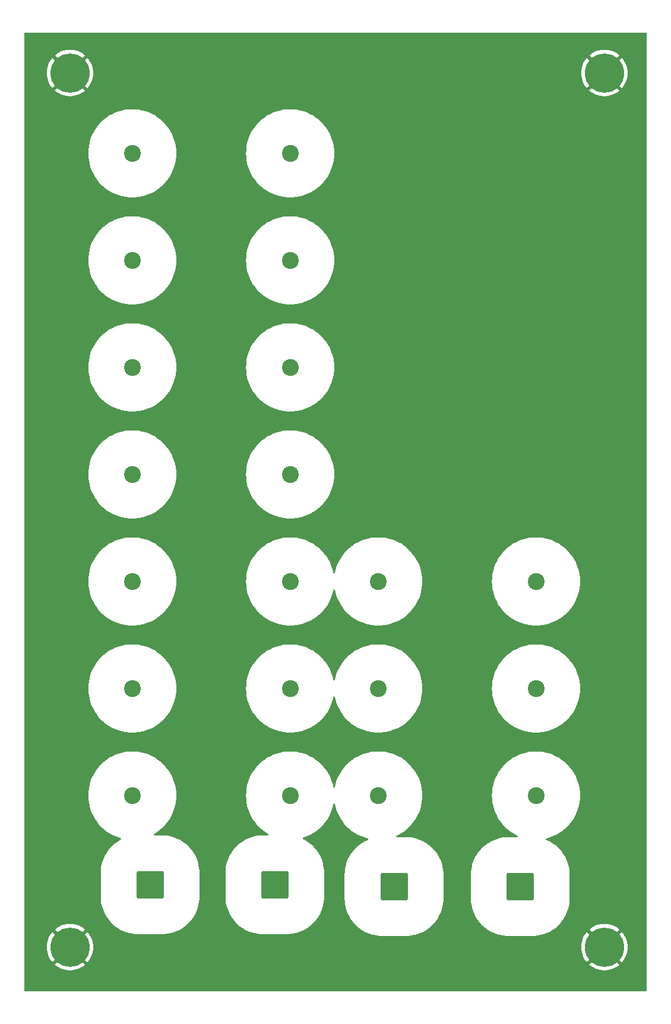
<source format=gbr>
%TF.GenerationSoftware,KiCad,Pcbnew,8.0.6*%
%TF.CreationDate,2025-01-24T11:54:14-08:00*%
%TF.ProjectId,Capacitor_test_board,43617061-6369-4746-9f72-5f746573745f,rev?*%
%TF.SameCoordinates,Original*%
%TF.FileFunction,Copper,L1,Top*%
%TF.FilePolarity,Positive*%
%FSLAX46Y46*%
G04 Gerber Fmt 4.6, Leading zero omitted, Abs format (unit mm)*
G04 Created by KiCad (PCBNEW 8.0.6) date 2025-01-24 11:54:14*
%MOMM*%
%LPD*%
G01*
G04 APERTURE LIST*
G04 Aperture macros list*
%AMRoundRect*
0 Rectangle with rounded corners*
0 $1 Rounding radius*
0 $2 $3 $4 $5 $6 $7 $8 $9 X,Y pos of 4 corners*
0 Add a 4 corners polygon primitive as box body*
4,1,4,$2,$3,$4,$5,$6,$7,$8,$9,$2,$3,0*
0 Add four circle primitives for the rounded corners*
1,1,$1+$1,$2,$3*
1,1,$1+$1,$4,$5*
1,1,$1+$1,$6,$7*
1,1,$1+$1,$8,$9*
0 Add four rect primitives between the rounded corners*
20,1,$1+$1,$2,$3,$4,$5,0*
20,1,$1+$1,$4,$5,$6,$7,0*
20,1,$1+$1,$6,$7,$8,$9,0*
20,1,$1+$1,$8,$9,$2,$3,0*%
G04 Aperture macros list end*
%TA.AperFunction,ComponentPad*%
%ADD10C,3.600000*%
%TD*%
%TA.AperFunction,ConnectorPad*%
%ADD11C,5.600000*%
%TD*%
%TA.AperFunction,ComponentPad*%
%ADD12RoundRect,0.250002X-1.699998X-1.699998X1.699998X-1.699998X1.699998X1.699998X-1.699998X1.699998X0*%
%TD*%
%TA.AperFunction,ComponentPad*%
%ADD13C,2.400000*%
%TD*%
G04 APERTURE END LIST*
D10*
%TO.P,H4,1,1*%
%TO.N,GND*%
X127000000Y-151130000D03*
D11*
X127000000Y-151130000D03*
%TD*%
%TO.P,H3,1,1*%
%TO.N,GND*%
X50800000Y-151130000D03*
D10*
X50800000Y-151130000D03*
%TD*%
D11*
%TO.P,H2,1,1*%
%TO.N,GND*%
X127000000Y-26670000D03*
D10*
X127000000Y-26670000D03*
%TD*%
%TO.P,H1,1,1*%
%TO.N,GND*%
X50800000Y-26670000D03*
D11*
X50800000Y-26670000D03*
%TD*%
D12*
%TO.P,J4,1,Pin_1*%
%TO.N,Net-(J4-Pin_1)*%
X115000000Y-142500000D03*
%TD*%
%TO.P,J3,1,Pin_1*%
%TO.N,Net-(J3-Pin_1)*%
X97000000Y-142500000D03*
%TD*%
%TO.P,J2,1,Pin_1*%
%TO.N,Net-(J2-Pin_1)*%
X80010000Y-142240000D03*
%TD*%
%TO.P,J1,1,Pin_1*%
%TO.N,Net-(J1-Pin_1)*%
X62230000Y-142240000D03*
%TD*%
D13*
%TO.P,C10,2*%
%TO.N,Net-(J4-Pin_1)*%
X117250000Y-129540000D03*
%TO.P,C10,1*%
%TO.N,Net-(J3-Pin_1)*%
X94750000Y-129540000D03*
%TD*%
%TO.P,C9,2*%
%TO.N,Net-(J4-Pin_1)*%
X117250000Y-114300000D03*
%TO.P,C9,1*%
%TO.N,Net-(J3-Pin_1)*%
X94750000Y-114300000D03*
%TD*%
%TO.P,C8,2*%
%TO.N,Net-(J4-Pin_1)*%
X117250000Y-99060000D03*
%TO.P,C8,1*%
%TO.N,Net-(J3-Pin_1)*%
X94750000Y-99060000D03*
%TD*%
%TO.P,C7,1*%
%TO.N,Net-(J1-Pin_1)*%
X59690000Y-129540000D03*
%TO.P,C7,2*%
%TO.N,Net-(J2-Pin_1)*%
X82190000Y-129540000D03*
%TD*%
%TO.P,C6,1*%
%TO.N,Net-(J1-Pin_1)*%
X59690000Y-114300000D03*
%TO.P,C6,2*%
%TO.N,Net-(J2-Pin_1)*%
X82190000Y-114300000D03*
%TD*%
%TO.P,C5,1*%
%TO.N,Net-(J1-Pin_1)*%
X59690000Y-99060000D03*
%TO.P,C5,2*%
%TO.N,Net-(J2-Pin_1)*%
X82190000Y-99060000D03*
%TD*%
%TO.P,C4,1*%
%TO.N,Net-(J1-Pin_1)*%
X59690000Y-83820000D03*
%TO.P,C4,2*%
%TO.N,Net-(J2-Pin_1)*%
X82190000Y-83820000D03*
%TD*%
%TO.P,C3,2*%
%TO.N,Net-(J2-Pin_1)*%
X82190000Y-68580000D03*
%TO.P,C3,1*%
%TO.N,Net-(J1-Pin_1)*%
X59690000Y-68580000D03*
%TD*%
%TO.P,C2,2*%
%TO.N,Net-(J2-Pin_1)*%
X82190000Y-53340000D03*
%TO.P,C2,1*%
%TO.N,Net-(J1-Pin_1)*%
X59690000Y-53340000D03*
%TD*%
%TO.P,C1,2*%
%TO.N,Net-(J2-Pin_1)*%
X82190000Y-38100000D03*
%TO.P,C1,1*%
%TO.N,Net-(J1-Pin_1)*%
X59690000Y-38100000D03*
%TD*%
%TA.AperFunction,Conductor*%
%TO.N,GND*%
G36*
X132942539Y-20920185D02*
G01*
X132988294Y-20972989D01*
X132999500Y-21024500D01*
X132999500Y-157275500D01*
X132979815Y-157342539D01*
X132927011Y-157388294D01*
X132875500Y-157399500D01*
X44424500Y-157399500D01*
X44357461Y-157379815D01*
X44311706Y-157327011D01*
X44300500Y-157275500D01*
X44300500Y-151129997D01*
X47495153Y-151129997D01*
X47495153Y-151130002D01*
X47514526Y-151487314D01*
X47514527Y-151487331D01*
X47572415Y-151840431D01*
X47572421Y-151840457D01*
X47668147Y-152185232D01*
X47668149Y-152185239D01*
X47800597Y-152517659D01*
X47800606Y-152517677D01*
X47968218Y-152833827D01*
X48169024Y-153129994D01*
X48169035Y-153130008D01*
X48296441Y-153280002D01*
X48296442Y-153280002D01*
X49505747Y-152070697D01*
X49579588Y-152172330D01*
X49757670Y-152350412D01*
X49859300Y-152424251D01*
X48647257Y-153636294D01*
X48660495Y-153648836D01*
X48945367Y-153865388D01*
X48945370Y-153865390D01*
X49251990Y-154049876D01*
X49576739Y-154200122D01*
X49576744Y-154200123D01*
X49915855Y-154314383D01*
X50265339Y-154391311D01*
X50621075Y-154429999D01*
X50621085Y-154430000D01*
X50978915Y-154430000D01*
X50978924Y-154429999D01*
X51334660Y-154391311D01*
X51684144Y-154314383D01*
X52023255Y-154200123D01*
X52023260Y-154200122D01*
X52348009Y-154049876D01*
X52654629Y-153865390D01*
X52654632Y-153865388D01*
X52939509Y-153648831D01*
X52952742Y-153636295D01*
X52952742Y-153636294D01*
X51740699Y-152424251D01*
X51842330Y-152350412D01*
X52020412Y-152172330D01*
X52094252Y-152070698D01*
X53303556Y-153280002D01*
X53430972Y-153129998D01*
X53430975Y-153129994D01*
X53631781Y-152833827D01*
X53799393Y-152517677D01*
X53799402Y-152517659D01*
X53931850Y-152185239D01*
X53931852Y-152185232D01*
X54027578Y-151840457D01*
X54027584Y-151840431D01*
X54085472Y-151487331D01*
X54085473Y-151487314D01*
X54104847Y-151130002D01*
X54104847Y-151129997D01*
X123695153Y-151129997D01*
X123695153Y-151130002D01*
X123714526Y-151487314D01*
X123714527Y-151487331D01*
X123772415Y-151840431D01*
X123772421Y-151840457D01*
X123868147Y-152185232D01*
X123868149Y-152185239D01*
X124000597Y-152517659D01*
X124000606Y-152517677D01*
X124168218Y-152833827D01*
X124369024Y-153129994D01*
X124369035Y-153130008D01*
X124496441Y-153280002D01*
X124496442Y-153280002D01*
X125705747Y-152070697D01*
X125779588Y-152172330D01*
X125957670Y-152350412D01*
X126059300Y-152424251D01*
X124847257Y-153636294D01*
X124860495Y-153648836D01*
X125145367Y-153865388D01*
X125145370Y-153865390D01*
X125451990Y-154049876D01*
X125776739Y-154200122D01*
X125776744Y-154200123D01*
X126115855Y-154314383D01*
X126465339Y-154391311D01*
X126821075Y-154429999D01*
X126821085Y-154430000D01*
X127178915Y-154430000D01*
X127178924Y-154429999D01*
X127534660Y-154391311D01*
X127884144Y-154314383D01*
X128223255Y-154200123D01*
X128223260Y-154200122D01*
X128548009Y-154049876D01*
X128854629Y-153865390D01*
X128854632Y-153865388D01*
X129139509Y-153648831D01*
X129152742Y-153636295D01*
X129152742Y-153636294D01*
X127940699Y-152424251D01*
X128042330Y-152350412D01*
X128220412Y-152172330D01*
X128294251Y-152070698D01*
X129503556Y-153280002D01*
X129630972Y-153129998D01*
X129630975Y-153129994D01*
X129831781Y-152833827D01*
X129999393Y-152517677D01*
X129999402Y-152517659D01*
X130131850Y-152185239D01*
X130131852Y-152185232D01*
X130227578Y-151840457D01*
X130227584Y-151840431D01*
X130285472Y-151487331D01*
X130285473Y-151487314D01*
X130304847Y-151130002D01*
X130304847Y-151129997D01*
X130285473Y-150772685D01*
X130285472Y-150772668D01*
X130227584Y-150419568D01*
X130227578Y-150419542D01*
X130131852Y-150074767D01*
X130131850Y-150074760D01*
X129999402Y-149742340D01*
X129999393Y-149742322D01*
X129831781Y-149426172D01*
X129630975Y-149130005D01*
X129630964Y-149129991D01*
X129503556Y-148979996D01*
X128294251Y-150189301D01*
X128220412Y-150087670D01*
X128042330Y-149909588D01*
X127940698Y-149835748D01*
X129152742Y-148623704D01*
X129139504Y-148611163D01*
X128854632Y-148394611D01*
X128854629Y-148394609D01*
X128548009Y-148210123D01*
X128223260Y-148059877D01*
X128223255Y-148059876D01*
X127884144Y-147945616D01*
X127534660Y-147868688D01*
X127178924Y-147830000D01*
X126821075Y-147830000D01*
X126465339Y-147868688D01*
X126115855Y-147945616D01*
X125776744Y-148059876D01*
X125776739Y-148059877D01*
X125451990Y-148210123D01*
X125145370Y-148394609D01*
X125145367Y-148394611D01*
X124860486Y-148611170D01*
X124860485Y-148611171D01*
X124847257Y-148623702D01*
X124847256Y-148623703D01*
X126059301Y-149835748D01*
X125957670Y-149909588D01*
X125779588Y-150087670D01*
X125705748Y-150189301D01*
X124496442Y-148979995D01*
X124496441Y-148979996D01*
X124369033Y-149129992D01*
X124168218Y-149426172D01*
X124000606Y-149742322D01*
X124000597Y-149742340D01*
X123868149Y-150074760D01*
X123868147Y-150074767D01*
X123772421Y-150419542D01*
X123772415Y-150419568D01*
X123714527Y-150772668D01*
X123714526Y-150772685D01*
X123695153Y-151129997D01*
X54104847Y-151129997D01*
X54085473Y-150772685D01*
X54085472Y-150772668D01*
X54027584Y-150419568D01*
X54027578Y-150419542D01*
X53931852Y-150074767D01*
X53931850Y-150074760D01*
X53799402Y-149742340D01*
X53799393Y-149742322D01*
X53631781Y-149426172D01*
X53430975Y-149130005D01*
X53430964Y-149129991D01*
X53303556Y-148979996D01*
X52094251Y-150189300D01*
X52020412Y-150087670D01*
X51842330Y-149909588D01*
X51740698Y-149835748D01*
X52952742Y-148623704D01*
X52939504Y-148611163D01*
X52654632Y-148394611D01*
X52654629Y-148394609D01*
X52348009Y-148210123D01*
X52023260Y-148059877D01*
X52023255Y-148059876D01*
X51684144Y-147945616D01*
X51334660Y-147868688D01*
X50978924Y-147830000D01*
X50621075Y-147830000D01*
X50265339Y-147868688D01*
X49915855Y-147945616D01*
X49576744Y-148059876D01*
X49576739Y-148059877D01*
X49251990Y-148210123D01*
X48945370Y-148394609D01*
X48945367Y-148394611D01*
X48660486Y-148611170D01*
X48660485Y-148611171D01*
X48647257Y-148623702D01*
X48647256Y-148623703D01*
X49859301Y-149835748D01*
X49757670Y-149909588D01*
X49579588Y-150087670D01*
X49505748Y-150189301D01*
X48296442Y-148979995D01*
X48296441Y-148979996D01*
X48169033Y-149129992D01*
X47968218Y-149426172D01*
X47800606Y-149742322D01*
X47800597Y-149742340D01*
X47668149Y-150074760D01*
X47668147Y-150074767D01*
X47572421Y-150419542D01*
X47572415Y-150419568D01*
X47514527Y-150772668D01*
X47514526Y-150772685D01*
X47495153Y-151129997D01*
X44300500Y-151129997D01*
X44300500Y-129539989D01*
X53404654Y-129539989D01*
X53404654Y-129540010D01*
X53424029Y-130033132D01*
X53424030Y-130033155D01*
X53482034Y-130523224D01*
X53482035Y-130523234D01*
X53482037Y-130523245D01*
X53482040Y-130523260D01*
X53578313Y-131007260D01*
X53578317Y-131007276D01*
X53578319Y-131007285D01*
X53578324Y-131007302D01*
X53712281Y-131482278D01*
X53712285Y-131482292D01*
X53883093Y-131945289D01*
X53883096Y-131945296D01*
X53883097Y-131945298D01*
X54089716Y-132393487D01*
X54330862Y-132824084D01*
X54605048Y-133234434D01*
X54605050Y-133234436D01*
X54605052Y-133234440D01*
X54910578Y-133621998D01*
X54910589Y-133622011D01*
X55045329Y-133767771D01*
X55245589Y-133984411D01*
X55479947Y-134201049D01*
X55607988Y-134319410D01*
X55608001Y-134319421D01*
X55995559Y-134624947D01*
X55995560Y-134624947D01*
X55995566Y-134624952D01*
X56405916Y-134899138D01*
X56836513Y-135140284D01*
X57284702Y-135346903D01*
X57747721Y-135517719D01*
X58014788Y-135593039D01*
X58073964Y-135630180D01*
X58103668Y-135693421D01*
X58094466Y-135762682D01*
X58049279Y-135815973D01*
X58043511Y-135819546D01*
X57649836Y-136048723D01*
X57274400Y-136312946D01*
X56923083Y-136608453D01*
X56923070Y-136608465D01*
X56598465Y-136933070D01*
X56598453Y-136933083D01*
X56302946Y-137284400D01*
X56038723Y-137659836D01*
X55807754Y-138056591D01*
X55807750Y-138056599D01*
X55611752Y-138471725D01*
X55611749Y-138471732D01*
X55452164Y-138902164D01*
X55452163Y-138902169D01*
X55330163Y-139344756D01*
X55246661Y-139796195D01*
X55202278Y-140253116D01*
X55202277Y-140253128D01*
X55199500Y-140356376D01*
X55199500Y-144123623D01*
X55202277Y-144226871D01*
X55202278Y-144226883D01*
X55246661Y-144683804D01*
X55246662Y-144683811D01*
X55330162Y-145135239D01*
X55452159Y-145577818D01*
X55452161Y-145577825D01*
X55452163Y-145577830D01*
X55452164Y-145577835D01*
X55611749Y-146008267D01*
X55611752Y-146008274D01*
X55807750Y-146423400D01*
X55807754Y-146423408D01*
X55807756Y-146423411D01*
X56038723Y-146820164D01*
X56302942Y-147195594D01*
X56598457Y-147546921D01*
X56923079Y-147871543D01*
X57274406Y-148167058D01*
X57649836Y-148431277D01*
X58046589Y-148662244D01*
X58046591Y-148662245D01*
X58046599Y-148662249D01*
X58461725Y-148858247D01*
X58461732Y-148858250D01*
X58892164Y-149017835D01*
X58892167Y-149017835D01*
X58892182Y-149017841D01*
X59334761Y-149139838D01*
X59786189Y-149223338D01*
X60243124Y-149267722D01*
X60284427Y-149268833D01*
X60346376Y-149270500D01*
X60346382Y-149270500D01*
X64113624Y-149270500D01*
X64169940Y-149268984D01*
X64216876Y-149267722D01*
X64673811Y-149223338D01*
X65125239Y-149139838D01*
X65567818Y-149017841D01*
X65567833Y-149017835D01*
X65567835Y-149017835D01*
X65998267Y-148858250D01*
X65998265Y-148858250D01*
X65998270Y-148858249D01*
X66413411Y-148662244D01*
X66810164Y-148431277D01*
X67185594Y-148167058D01*
X67536921Y-147871543D01*
X67861543Y-147546921D01*
X68157058Y-147195594D01*
X68421277Y-146820164D01*
X68652244Y-146423411D01*
X68848249Y-146008270D01*
X69007841Y-145577818D01*
X69129838Y-145135239D01*
X69213338Y-144683811D01*
X69257722Y-144226876D01*
X69260500Y-144123618D01*
X69260500Y-140356382D01*
X69260500Y-140356376D01*
X72979500Y-140356376D01*
X72979500Y-144123623D01*
X72982277Y-144226871D01*
X72982278Y-144226883D01*
X73026661Y-144683804D01*
X73026662Y-144683811D01*
X73110162Y-145135239D01*
X73232159Y-145577818D01*
X73232161Y-145577825D01*
X73232163Y-145577830D01*
X73232164Y-145577835D01*
X73391749Y-146008267D01*
X73391752Y-146008274D01*
X73587750Y-146423400D01*
X73587754Y-146423408D01*
X73587756Y-146423411D01*
X73818723Y-146820164D01*
X74082942Y-147195594D01*
X74378457Y-147546921D01*
X74703079Y-147871543D01*
X75054406Y-148167058D01*
X75429836Y-148431277D01*
X75826589Y-148662244D01*
X75826591Y-148662245D01*
X75826599Y-148662249D01*
X76241725Y-148858247D01*
X76241732Y-148858250D01*
X76672164Y-149017835D01*
X76672167Y-149017835D01*
X76672182Y-149017841D01*
X77114761Y-149139838D01*
X77566189Y-149223338D01*
X78023124Y-149267722D01*
X78064427Y-149268833D01*
X78126376Y-149270500D01*
X78126382Y-149270500D01*
X81893624Y-149270500D01*
X81949940Y-149268984D01*
X81996876Y-149267722D01*
X82453811Y-149223338D01*
X82905239Y-149139838D01*
X83347818Y-149017841D01*
X83347833Y-149017835D01*
X83347835Y-149017835D01*
X83778267Y-148858250D01*
X83778265Y-148858250D01*
X83778270Y-148858249D01*
X84193411Y-148662244D01*
X84590164Y-148431277D01*
X84965594Y-148167058D01*
X85316921Y-147871543D01*
X85641543Y-147546921D01*
X85937058Y-147195594D01*
X86201277Y-146820164D01*
X86432244Y-146423411D01*
X86628249Y-146008270D01*
X86787841Y-145577818D01*
X86909838Y-145135239D01*
X86993338Y-144683811D01*
X87037722Y-144226876D01*
X87040500Y-144123618D01*
X87040500Y-140356382D01*
X87037722Y-140253124D01*
X86993338Y-139796189D01*
X86909838Y-139344761D01*
X86787841Y-138902182D01*
X86787835Y-138902167D01*
X86787835Y-138902164D01*
X86628250Y-138471732D01*
X86628247Y-138471725D01*
X86432249Y-138056599D01*
X86432245Y-138056591D01*
X86352634Y-137919836D01*
X86201277Y-137659836D01*
X85937058Y-137284406D01*
X85641543Y-136933079D01*
X85316921Y-136608457D01*
X84965594Y-136312942D01*
X84590164Y-136048723D01*
X84270344Y-135862542D01*
X84193408Y-135817754D01*
X84072428Y-135760634D01*
X84020210Y-135714211D01*
X84001380Y-135646927D01*
X84021916Y-135580143D01*
X84075297Y-135535064D01*
X84091708Y-135529160D01*
X84121513Y-135520755D01*
X84132276Y-135517720D01*
X84132279Y-135517719D01*
X84595298Y-135346903D01*
X85043487Y-135140284D01*
X85474084Y-134899138D01*
X85884434Y-134624952D01*
X86272006Y-134319415D01*
X86634411Y-133984411D01*
X86969415Y-133622006D01*
X87274952Y-133234434D01*
X87549138Y-132824084D01*
X87790284Y-132393487D01*
X87996903Y-131945298D01*
X88167719Y-131482279D01*
X88301681Y-131007285D01*
X88348383Y-130772498D01*
X88380768Y-130710588D01*
X88441483Y-130676014D01*
X88511253Y-130679753D01*
X88567925Y-130720620D01*
X88591617Y-130772499D01*
X88638313Y-131007260D01*
X88638317Y-131007276D01*
X88638319Y-131007285D01*
X88638324Y-131007302D01*
X88772281Y-131482278D01*
X88772285Y-131482292D01*
X88943093Y-131945289D01*
X88943096Y-131945296D01*
X88943097Y-131945298D01*
X89149716Y-132393487D01*
X89390862Y-132824084D01*
X89665048Y-133234434D01*
X89665050Y-133234436D01*
X89665052Y-133234440D01*
X89970578Y-133621998D01*
X89970589Y-133622011D01*
X90105329Y-133767771D01*
X90305589Y-133984411D01*
X90539947Y-134201049D01*
X90667988Y-134319410D01*
X90668001Y-134319421D01*
X91055559Y-134624947D01*
X91055560Y-134624947D01*
X91055566Y-134624952D01*
X91465916Y-134899138D01*
X91896513Y-135140284D01*
X92344702Y-135346903D01*
X92344709Y-135346905D01*
X92344710Y-135346906D01*
X92807704Y-135517713D01*
X92807721Y-135517719D01*
X93239904Y-135639607D01*
X93299083Y-135676749D01*
X93328787Y-135739990D01*
X93319585Y-135809252D01*
X93274398Y-135862542D01*
X93249353Y-135875217D01*
X93231722Y-135881754D01*
X92816599Y-136077750D01*
X92816591Y-136077754D01*
X92419836Y-136308723D01*
X92044400Y-136572946D01*
X91693083Y-136868453D01*
X91693070Y-136868465D01*
X91368465Y-137193070D01*
X91368453Y-137193083D01*
X91072946Y-137544400D01*
X90808723Y-137919836D01*
X90577754Y-138316591D01*
X90577750Y-138316599D01*
X90381752Y-138731725D01*
X90381749Y-138731732D01*
X90222164Y-139162164D01*
X90222163Y-139162169D01*
X90222160Y-139162177D01*
X90222159Y-139162182D01*
X90171831Y-139344761D01*
X90100163Y-139604756D01*
X90016661Y-140056195D01*
X89972278Y-140513116D01*
X89972277Y-140513128D01*
X89969500Y-140616376D01*
X89969500Y-144383623D01*
X89972277Y-144486871D01*
X89972278Y-144486883D01*
X89991406Y-144683804D01*
X90016662Y-144943811D01*
X90100162Y-145395239D01*
X90222159Y-145837818D01*
X90222161Y-145837825D01*
X90222163Y-145837830D01*
X90222164Y-145837835D01*
X90381749Y-146268267D01*
X90381752Y-146268274D01*
X90577750Y-146683400D01*
X90577754Y-146683408D01*
X90577756Y-146683411D01*
X90808723Y-147080164D01*
X91072942Y-147455594D01*
X91072946Y-147455599D01*
X91149761Y-147546921D01*
X91368457Y-147806921D01*
X91693079Y-148131543D01*
X92044406Y-148427058D01*
X92419836Y-148691277D01*
X92706661Y-148858250D01*
X92816591Y-148922245D01*
X92816599Y-148922249D01*
X93231725Y-149118247D01*
X93231732Y-149118250D01*
X93662164Y-149277835D01*
X93662167Y-149277835D01*
X93662182Y-149277841D01*
X94104761Y-149399838D01*
X94556189Y-149483338D01*
X95013124Y-149527722D01*
X95054427Y-149528833D01*
X95116376Y-149530500D01*
X95116382Y-149530500D01*
X98883624Y-149530500D01*
X98939940Y-149528984D01*
X98986876Y-149527722D01*
X99443811Y-149483338D01*
X99895239Y-149399838D01*
X100337818Y-149277841D01*
X100337833Y-149277835D01*
X100337835Y-149277835D01*
X100710045Y-149139836D01*
X100768270Y-149118249D01*
X101183411Y-148922244D01*
X101580164Y-148691277D01*
X101955594Y-148427058D01*
X102306921Y-148131543D01*
X102631543Y-147806921D01*
X102927058Y-147455594D01*
X103191277Y-147080164D01*
X103422244Y-146683411D01*
X103618249Y-146268270D01*
X103777841Y-145837818D01*
X103899838Y-145395239D01*
X103983338Y-144943811D01*
X104027722Y-144486876D01*
X104030500Y-144383618D01*
X104030500Y-140616382D01*
X104030500Y-140616376D01*
X107969500Y-140616376D01*
X107969500Y-144383623D01*
X107972277Y-144486871D01*
X107972278Y-144486883D01*
X107991406Y-144683804D01*
X108016662Y-144943811D01*
X108100162Y-145395239D01*
X108222159Y-145837818D01*
X108222161Y-145837825D01*
X108222163Y-145837830D01*
X108222164Y-145837835D01*
X108381749Y-146268267D01*
X108381752Y-146268274D01*
X108577750Y-146683400D01*
X108577754Y-146683408D01*
X108577756Y-146683411D01*
X108808723Y-147080164D01*
X109072942Y-147455594D01*
X109072946Y-147455599D01*
X109149761Y-147546921D01*
X109368457Y-147806921D01*
X109693079Y-148131543D01*
X110044406Y-148427058D01*
X110419836Y-148691277D01*
X110706661Y-148858250D01*
X110816591Y-148922245D01*
X110816599Y-148922249D01*
X111231725Y-149118247D01*
X111231732Y-149118250D01*
X111662164Y-149277835D01*
X111662167Y-149277835D01*
X111662182Y-149277841D01*
X112104761Y-149399838D01*
X112556189Y-149483338D01*
X113013124Y-149527722D01*
X113054427Y-149528833D01*
X113116376Y-149530500D01*
X113116382Y-149530500D01*
X116883624Y-149530500D01*
X116939940Y-149528984D01*
X116986876Y-149527722D01*
X117443811Y-149483338D01*
X117895239Y-149399838D01*
X118337818Y-149277841D01*
X118337833Y-149277835D01*
X118337835Y-149277835D01*
X118710045Y-149139836D01*
X118768270Y-149118249D01*
X119183411Y-148922244D01*
X119580164Y-148691277D01*
X119955594Y-148427058D01*
X120306921Y-148131543D01*
X120631543Y-147806921D01*
X120927058Y-147455594D01*
X121191277Y-147080164D01*
X121422244Y-146683411D01*
X121618249Y-146268270D01*
X121777841Y-145837818D01*
X121899838Y-145395239D01*
X121983338Y-144943811D01*
X122027722Y-144486876D01*
X122030500Y-144383618D01*
X122030500Y-140616382D01*
X122027722Y-140513124D01*
X121983338Y-140056189D01*
X121899838Y-139604761D01*
X121777841Y-139162182D01*
X121777835Y-139162167D01*
X121777835Y-139162164D01*
X121618250Y-138731732D01*
X121618247Y-138731725D01*
X121422249Y-138316599D01*
X121422245Y-138316591D01*
X121422244Y-138316589D01*
X121191277Y-137919836D01*
X120927058Y-137544406D01*
X120631543Y-137193079D01*
X120306921Y-136868457D01*
X119997826Y-136608465D01*
X119955599Y-136572946D01*
X119955597Y-136572944D01*
X119955594Y-136572942D01*
X119580164Y-136308723D01*
X119183411Y-136077756D01*
X119183408Y-136077754D01*
X119183400Y-136077750D01*
X118768274Y-135881752D01*
X118768267Y-135881749D01*
X118750648Y-135875217D01*
X118694633Y-135833456D01*
X118670088Y-135768039D01*
X118684806Y-135699737D01*
X118734114Y-135650235D01*
X118760092Y-135639608D01*
X119192279Y-135517719D01*
X119655298Y-135346903D01*
X120103487Y-135140284D01*
X120534084Y-134899138D01*
X120944434Y-134624952D01*
X121332006Y-134319415D01*
X121694411Y-133984411D01*
X122029415Y-133622006D01*
X122334952Y-133234434D01*
X122609138Y-132824084D01*
X122850284Y-132393487D01*
X123056903Y-131945298D01*
X123227719Y-131482279D01*
X123361681Y-131007285D01*
X123457963Y-130523245D01*
X123515970Y-130033143D01*
X123535346Y-129540000D01*
X123515970Y-129046857D01*
X123515969Y-129046851D01*
X123515969Y-129046844D01*
X123457965Y-128556775D01*
X123457963Y-128556755D01*
X123361681Y-128072715D01*
X123227719Y-127597721D01*
X123056903Y-127134702D01*
X122850284Y-126686513D01*
X122609138Y-126255916D01*
X122334952Y-125845566D01*
X122334947Y-125845560D01*
X122334947Y-125845559D01*
X122029421Y-125458001D01*
X122029410Y-125457988D01*
X121911049Y-125329947D01*
X121694411Y-125095589D01*
X121477771Y-124895329D01*
X121332011Y-124760589D01*
X121331998Y-124760578D01*
X120944440Y-124455052D01*
X120944437Y-124455050D01*
X120944434Y-124455048D01*
X120534084Y-124180862D01*
X120103487Y-123939716D01*
X119655298Y-123733097D01*
X119655296Y-123733096D01*
X119655289Y-123733093D01*
X119192292Y-123562285D01*
X119192282Y-123562282D01*
X119192279Y-123562281D01*
X118717285Y-123428319D01*
X118717276Y-123428317D01*
X118717260Y-123428313D01*
X118233260Y-123332040D01*
X118233245Y-123332037D01*
X118233234Y-123332035D01*
X118233224Y-123332034D01*
X117743155Y-123274030D01*
X117743132Y-123274029D01*
X117250010Y-123254654D01*
X117249990Y-123254654D01*
X116756867Y-123274029D01*
X116756844Y-123274030D01*
X116266775Y-123332034D01*
X116266761Y-123332036D01*
X116266755Y-123332037D01*
X116266744Y-123332039D01*
X116266739Y-123332040D01*
X115782739Y-123428313D01*
X115782719Y-123428318D01*
X115782715Y-123428319D01*
X115782700Y-123428323D01*
X115782697Y-123428324D01*
X115307721Y-123562281D01*
X115307707Y-123562285D01*
X114844710Y-123733093D01*
X114844699Y-123733098D01*
X114396510Y-123939717D01*
X113965917Y-124180861D01*
X113555563Y-124455050D01*
X113555559Y-124455052D01*
X113168001Y-124760578D01*
X113167988Y-124760589D01*
X112805589Y-125095589D01*
X112470589Y-125457988D01*
X112470578Y-125458001D01*
X112165052Y-125845559D01*
X112165050Y-125845563D01*
X111890861Y-126255917D01*
X111649717Y-126686510D01*
X111443098Y-127134699D01*
X111443093Y-127134710D01*
X111272285Y-127597707D01*
X111272281Y-127597721D01*
X111138324Y-128072697D01*
X111138313Y-128072739D01*
X111042040Y-128556739D01*
X111042034Y-128556775D01*
X110984030Y-129046844D01*
X110984029Y-129046867D01*
X110964654Y-129539989D01*
X110964654Y-129540010D01*
X110984029Y-130033132D01*
X110984030Y-130033155D01*
X111042034Y-130523224D01*
X111042035Y-130523234D01*
X111042037Y-130523245D01*
X111042040Y-130523260D01*
X111138313Y-131007260D01*
X111138317Y-131007276D01*
X111138319Y-131007285D01*
X111138324Y-131007302D01*
X111272281Y-131482278D01*
X111272285Y-131482292D01*
X111443093Y-131945289D01*
X111443096Y-131945296D01*
X111443097Y-131945298D01*
X111649716Y-132393487D01*
X111890862Y-132824084D01*
X112165048Y-133234434D01*
X112165050Y-133234436D01*
X112165052Y-133234440D01*
X112470578Y-133621998D01*
X112470589Y-133622011D01*
X112605329Y-133767771D01*
X112805589Y-133984411D01*
X113039947Y-134201049D01*
X113167988Y-134319410D01*
X113168001Y-134319421D01*
X113555559Y-134624947D01*
X113555560Y-134624947D01*
X113555566Y-134624952D01*
X113965916Y-134899138D01*
X114396513Y-135140284D01*
X114597392Y-135232891D01*
X114650031Y-135278834D01*
X114669476Y-135345943D01*
X114649552Y-135412912D01*
X114596585Y-135458478D01*
X114545477Y-135469500D01*
X113116376Y-135469500D01*
X113013128Y-135472277D01*
X113013116Y-135472278D01*
X112556195Y-135516661D01*
X112556190Y-135516661D01*
X112556189Y-135516662D01*
X112143281Y-135593037D01*
X112104756Y-135600163D01*
X111923107Y-135650235D01*
X111662182Y-135722159D01*
X111662177Y-135722160D01*
X111662169Y-135722163D01*
X111662164Y-135722164D01*
X111231732Y-135881749D01*
X111231725Y-135881752D01*
X110816599Y-136077750D01*
X110816591Y-136077754D01*
X110419836Y-136308723D01*
X110044400Y-136572946D01*
X109693083Y-136868453D01*
X109693070Y-136868465D01*
X109368465Y-137193070D01*
X109368453Y-137193083D01*
X109072946Y-137544400D01*
X108808723Y-137919836D01*
X108577754Y-138316591D01*
X108577750Y-138316599D01*
X108381752Y-138731725D01*
X108381749Y-138731732D01*
X108222164Y-139162164D01*
X108222163Y-139162169D01*
X108222160Y-139162177D01*
X108222159Y-139162182D01*
X108171831Y-139344761D01*
X108100163Y-139604756D01*
X108016661Y-140056195D01*
X107972278Y-140513116D01*
X107972277Y-140513128D01*
X107969500Y-140616376D01*
X104030500Y-140616376D01*
X104027722Y-140513124D01*
X103983338Y-140056189D01*
X103899838Y-139604761D01*
X103777841Y-139162182D01*
X103777835Y-139162167D01*
X103777835Y-139162164D01*
X103618250Y-138731732D01*
X103618247Y-138731725D01*
X103422249Y-138316599D01*
X103422245Y-138316591D01*
X103422244Y-138316589D01*
X103191277Y-137919836D01*
X102927058Y-137544406D01*
X102631543Y-137193079D01*
X102306921Y-136868457D01*
X101997826Y-136608465D01*
X101955599Y-136572946D01*
X101955597Y-136572944D01*
X101955594Y-136572942D01*
X101580164Y-136308723D01*
X101183411Y-136077756D01*
X101183408Y-136077754D01*
X101183400Y-136077750D01*
X100768274Y-135881752D01*
X100768267Y-135881749D01*
X100337835Y-135722164D01*
X100337830Y-135722163D01*
X100337825Y-135722161D01*
X100337818Y-135722159D01*
X99895239Y-135600162D01*
X99443811Y-135516662D01*
X99443807Y-135516661D01*
X99443804Y-135516661D01*
X98986883Y-135472278D01*
X98986871Y-135472277D01*
X98883624Y-135469500D01*
X98883618Y-135469500D01*
X97454523Y-135469500D01*
X97387484Y-135449815D01*
X97341729Y-135397011D01*
X97331785Y-135327853D01*
X97360810Y-135264297D01*
X97402607Y-135232891D01*
X97603487Y-135140284D01*
X98034084Y-134899138D01*
X98444434Y-134624952D01*
X98832006Y-134319415D01*
X99194411Y-133984411D01*
X99529415Y-133622006D01*
X99834952Y-133234434D01*
X100109138Y-132824084D01*
X100350284Y-132393487D01*
X100556903Y-131945298D01*
X100727719Y-131482279D01*
X100861681Y-131007285D01*
X100957963Y-130523245D01*
X101015970Y-130033143D01*
X101035346Y-129540000D01*
X101015970Y-129046857D01*
X101015969Y-129046851D01*
X101015969Y-129046844D01*
X100957965Y-128556775D01*
X100957963Y-128556755D01*
X100861681Y-128072715D01*
X100727719Y-127597721D01*
X100556903Y-127134702D01*
X100350284Y-126686513D01*
X100109138Y-126255916D01*
X99834952Y-125845566D01*
X99834947Y-125845560D01*
X99834947Y-125845559D01*
X99529421Y-125458001D01*
X99529410Y-125457988D01*
X99411049Y-125329947D01*
X99194411Y-125095589D01*
X98977771Y-124895329D01*
X98832011Y-124760589D01*
X98831998Y-124760578D01*
X98444440Y-124455052D01*
X98444437Y-124455050D01*
X98444434Y-124455048D01*
X98034084Y-124180862D01*
X97603487Y-123939716D01*
X97155298Y-123733097D01*
X97155296Y-123733096D01*
X97155289Y-123733093D01*
X96692292Y-123562285D01*
X96692282Y-123562282D01*
X96692279Y-123562281D01*
X96217285Y-123428319D01*
X96217276Y-123428317D01*
X96217260Y-123428313D01*
X95733260Y-123332040D01*
X95733245Y-123332037D01*
X95733234Y-123332035D01*
X95733224Y-123332034D01*
X95243155Y-123274030D01*
X95243132Y-123274029D01*
X94750010Y-123254654D01*
X94749990Y-123254654D01*
X94256867Y-123274029D01*
X94256844Y-123274030D01*
X93766775Y-123332034D01*
X93766761Y-123332036D01*
X93766755Y-123332037D01*
X93766744Y-123332039D01*
X93766739Y-123332040D01*
X93282739Y-123428313D01*
X93282719Y-123428318D01*
X93282715Y-123428319D01*
X93282700Y-123428323D01*
X93282697Y-123428324D01*
X92807721Y-123562281D01*
X92807707Y-123562285D01*
X92344710Y-123733093D01*
X92344699Y-123733098D01*
X91896510Y-123939717D01*
X91465917Y-124180861D01*
X91055563Y-124455050D01*
X91055559Y-124455052D01*
X90668001Y-124760578D01*
X90667988Y-124760589D01*
X90305589Y-125095589D01*
X89970589Y-125457988D01*
X89970578Y-125458001D01*
X89665052Y-125845559D01*
X89665050Y-125845563D01*
X89390861Y-126255917D01*
X89149717Y-126686510D01*
X88943098Y-127134699D01*
X88943093Y-127134710D01*
X88772285Y-127597707D01*
X88772281Y-127597721D01*
X88638324Y-128072697D01*
X88638313Y-128072739D01*
X88591617Y-128307500D01*
X88559232Y-128369411D01*
X88498517Y-128403985D01*
X88428747Y-128400246D01*
X88372075Y-128359379D01*
X88348383Y-128307500D01*
X88301686Y-128072739D01*
X88301685Y-128072735D01*
X88301681Y-128072715D01*
X88167719Y-127597721D01*
X87996903Y-127134702D01*
X87790284Y-126686513D01*
X87549138Y-126255916D01*
X87274952Y-125845566D01*
X87274947Y-125845560D01*
X87274947Y-125845559D01*
X86969421Y-125458001D01*
X86969410Y-125457988D01*
X86851049Y-125329947D01*
X86634411Y-125095589D01*
X86417771Y-124895329D01*
X86272011Y-124760589D01*
X86271998Y-124760578D01*
X85884440Y-124455052D01*
X85884437Y-124455050D01*
X85884434Y-124455048D01*
X85474084Y-124180862D01*
X85043487Y-123939716D01*
X84595298Y-123733097D01*
X84595296Y-123733096D01*
X84595289Y-123733093D01*
X84132292Y-123562285D01*
X84132282Y-123562282D01*
X84132279Y-123562281D01*
X83657285Y-123428319D01*
X83657276Y-123428317D01*
X83657260Y-123428313D01*
X83173260Y-123332040D01*
X83173245Y-123332037D01*
X83173234Y-123332035D01*
X83173224Y-123332034D01*
X82683155Y-123274030D01*
X82683132Y-123274029D01*
X82190010Y-123254654D01*
X82189990Y-123254654D01*
X81696867Y-123274029D01*
X81696844Y-123274030D01*
X81206775Y-123332034D01*
X81206761Y-123332036D01*
X81206755Y-123332037D01*
X81206744Y-123332039D01*
X81206739Y-123332040D01*
X80722739Y-123428313D01*
X80722719Y-123428318D01*
X80722715Y-123428319D01*
X80722700Y-123428323D01*
X80722697Y-123428324D01*
X80247721Y-123562281D01*
X80247707Y-123562285D01*
X79784710Y-123733093D01*
X79784699Y-123733098D01*
X79336510Y-123939717D01*
X78905917Y-124180861D01*
X78495563Y-124455050D01*
X78495559Y-124455052D01*
X78108001Y-124760578D01*
X78107988Y-124760589D01*
X77745589Y-125095589D01*
X77410589Y-125457988D01*
X77410578Y-125458001D01*
X77105052Y-125845559D01*
X77105050Y-125845563D01*
X76830861Y-126255917D01*
X76589717Y-126686510D01*
X76383098Y-127134699D01*
X76383093Y-127134710D01*
X76212285Y-127597707D01*
X76212281Y-127597721D01*
X76078324Y-128072697D01*
X76078313Y-128072739D01*
X75982040Y-128556739D01*
X75982034Y-128556775D01*
X75924030Y-129046844D01*
X75924029Y-129046867D01*
X75904654Y-129539989D01*
X75904654Y-129540010D01*
X75924029Y-130033132D01*
X75924030Y-130033155D01*
X75982034Y-130523224D01*
X75982035Y-130523234D01*
X75982037Y-130523245D01*
X75982040Y-130523260D01*
X76078313Y-131007260D01*
X76078317Y-131007276D01*
X76078319Y-131007285D01*
X76078324Y-131007302D01*
X76212281Y-131482278D01*
X76212285Y-131482292D01*
X76383093Y-131945289D01*
X76383096Y-131945296D01*
X76383097Y-131945298D01*
X76589716Y-132393487D01*
X76830862Y-132824084D01*
X77105048Y-133234434D01*
X77105050Y-133234436D01*
X77105052Y-133234440D01*
X77410578Y-133621998D01*
X77410589Y-133622011D01*
X77545329Y-133767771D01*
X77745589Y-133984411D01*
X77979947Y-134201049D01*
X78107988Y-134319410D01*
X78108001Y-134319421D01*
X78495559Y-134624947D01*
X78495560Y-134624947D01*
X78495566Y-134624952D01*
X78905916Y-134899138D01*
X78905919Y-134899140D01*
X78905933Y-134899148D01*
X79045502Y-134977311D01*
X79094375Y-135027242D01*
X79108495Y-135095670D01*
X79083379Y-135160869D01*
X79027000Y-135202139D01*
X78984913Y-135209500D01*
X78126376Y-135209500D01*
X78023128Y-135212277D01*
X78023116Y-135212278D01*
X77566195Y-135256661D01*
X77566190Y-135256661D01*
X77566189Y-135256662D01*
X77114761Y-135340162D01*
X77114756Y-135340163D01*
X76908525Y-135397011D01*
X76672182Y-135462159D01*
X76672177Y-135462160D01*
X76672169Y-135462163D01*
X76672164Y-135462164D01*
X76241732Y-135621749D01*
X76241725Y-135621752D01*
X75826599Y-135817750D01*
X75826591Y-135817754D01*
X75429836Y-136048723D01*
X75054400Y-136312946D01*
X74703083Y-136608453D01*
X74703070Y-136608465D01*
X74378465Y-136933070D01*
X74378453Y-136933083D01*
X74082946Y-137284400D01*
X73818723Y-137659836D01*
X73587754Y-138056591D01*
X73587750Y-138056599D01*
X73391752Y-138471725D01*
X73391749Y-138471732D01*
X73232164Y-138902164D01*
X73232163Y-138902169D01*
X73110163Y-139344756D01*
X73026661Y-139796195D01*
X72982278Y-140253116D01*
X72982277Y-140253128D01*
X72979500Y-140356376D01*
X69260500Y-140356376D01*
X69257722Y-140253124D01*
X69213338Y-139796189D01*
X69129838Y-139344761D01*
X69007841Y-138902182D01*
X69007835Y-138902167D01*
X69007835Y-138902164D01*
X68848250Y-138471732D01*
X68848247Y-138471725D01*
X68652249Y-138056599D01*
X68652245Y-138056591D01*
X68572634Y-137919836D01*
X68421277Y-137659836D01*
X68157058Y-137284406D01*
X67861543Y-136933079D01*
X67536921Y-136608457D01*
X67185594Y-136312942D01*
X66810164Y-136048723D01*
X66490344Y-135862542D01*
X66413408Y-135817754D01*
X66413400Y-135817750D01*
X65998274Y-135621752D01*
X65998267Y-135621749D01*
X65567835Y-135462164D01*
X65567830Y-135462163D01*
X65567825Y-135462161D01*
X65567818Y-135462159D01*
X65125239Y-135340162D01*
X64673811Y-135256662D01*
X64673807Y-135256661D01*
X64673804Y-135256661D01*
X64216883Y-135212278D01*
X64216871Y-135212277D01*
X64113624Y-135209500D01*
X64113618Y-135209500D01*
X62895087Y-135209500D01*
X62828048Y-135189815D01*
X62782293Y-135137011D01*
X62772349Y-135067853D01*
X62801374Y-135004297D01*
X62834498Y-134977311D01*
X62974066Y-134899148D01*
X62974080Y-134899140D01*
X62974084Y-134899138D01*
X63384434Y-134624952D01*
X63772006Y-134319415D01*
X64134411Y-133984411D01*
X64469415Y-133622006D01*
X64774952Y-133234434D01*
X65049138Y-132824084D01*
X65290284Y-132393487D01*
X65496903Y-131945298D01*
X65667719Y-131482279D01*
X65801681Y-131007285D01*
X65897963Y-130523245D01*
X65955970Y-130033143D01*
X65975346Y-129540000D01*
X65955970Y-129046857D01*
X65955969Y-129046851D01*
X65955969Y-129046844D01*
X65897965Y-128556775D01*
X65897963Y-128556755D01*
X65801681Y-128072715D01*
X65667719Y-127597721D01*
X65496903Y-127134702D01*
X65290284Y-126686513D01*
X65049138Y-126255916D01*
X64774952Y-125845566D01*
X64774947Y-125845560D01*
X64774947Y-125845559D01*
X64469421Y-125458001D01*
X64469410Y-125457988D01*
X64351049Y-125329947D01*
X64134411Y-125095589D01*
X63917771Y-124895329D01*
X63772011Y-124760589D01*
X63771998Y-124760578D01*
X63384440Y-124455052D01*
X63384437Y-124455050D01*
X63384434Y-124455048D01*
X62974084Y-124180862D01*
X62543487Y-123939716D01*
X62095298Y-123733097D01*
X62095296Y-123733096D01*
X62095289Y-123733093D01*
X61632292Y-123562285D01*
X61632282Y-123562282D01*
X61632279Y-123562281D01*
X61157285Y-123428319D01*
X61157276Y-123428317D01*
X61157260Y-123428313D01*
X60673260Y-123332040D01*
X60673245Y-123332037D01*
X60673234Y-123332035D01*
X60673224Y-123332034D01*
X60183155Y-123274030D01*
X60183132Y-123274029D01*
X59690010Y-123254654D01*
X59689990Y-123254654D01*
X59196867Y-123274029D01*
X59196844Y-123274030D01*
X58706775Y-123332034D01*
X58706761Y-123332036D01*
X58706755Y-123332037D01*
X58706744Y-123332039D01*
X58706739Y-123332040D01*
X58222739Y-123428313D01*
X58222719Y-123428318D01*
X58222715Y-123428319D01*
X58222700Y-123428323D01*
X58222697Y-123428324D01*
X57747721Y-123562281D01*
X57747707Y-123562285D01*
X57284710Y-123733093D01*
X57284699Y-123733098D01*
X56836510Y-123939717D01*
X56405917Y-124180861D01*
X55995563Y-124455050D01*
X55995559Y-124455052D01*
X55608001Y-124760578D01*
X55607988Y-124760589D01*
X55245589Y-125095589D01*
X54910589Y-125457988D01*
X54910578Y-125458001D01*
X54605052Y-125845559D01*
X54605050Y-125845563D01*
X54330861Y-126255917D01*
X54089717Y-126686510D01*
X53883098Y-127134699D01*
X53883093Y-127134710D01*
X53712285Y-127597707D01*
X53712281Y-127597721D01*
X53578324Y-128072697D01*
X53578313Y-128072739D01*
X53482040Y-128556739D01*
X53482034Y-128556775D01*
X53424030Y-129046844D01*
X53424029Y-129046867D01*
X53404654Y-129539989D01*
X44300500Y-129539989D01*
X44300500Y-114299989D01*
X53404654Y-114299989D01*
X53404654Y-114300010D01*
X53424029Y-114793132D01*
X53424030Y-114793155D01*
X53482034Y-115283224D01*
X53482035Y-115283234D01*
X53482037Y-115283245D01*
X53482040Y-115283260D01*
X53578313Y-115767260D01*
X53578317Y-115767276D01*
X53578319Y-115767285D01*
X53578324Y-115767302D01*
X53712281Y-116242278D01*
X53712285Y-116242292D01*
X53883093Y-116705289D01*
X53883096Y-116705296D01*
X53883097Y-116705298D01*
X54089716Y-117153487D01*
X54330862Y-117584084D01*
X54605048Y-117994434D01*
X54605050Y-117994436D01*
X54605052Y-117994440D01*
X54910578Y-118381998D01*
X54910589Y-118382011D01*
X55045329Y-118527771D01*
X55245589Y-118744411D01*
X55479947Y-118961049D01*
X55607988Y-119079410D01*
X55608001Y-119079421D01*
X55995559Y-119384947D01*
X55995560Y-119384947D01*
X55995566Y-119384952D01*
X56405916Y-119659138D01*
X56836513Y-119900284D01*
X57284702Y-120106903D01*
X57747721Y-120277719D01*
X58222715Y-120411681D01*
X58222735Y-120411685D01*
X58222739Y-120411686D01*
X58327603Y-120432544D01*
X58706755Y-120507963D01*
X58905414Y-120531475D01*
X59196844Y-120565969D01*
X59196851Y-120565969D01*
X59196857Y-120565970D01*
X59443428Y-120575658D01*
X59689990Y-120585346D01*
X59690000Y-120585346D01*
X59690010Y-120585346D01*
X59924830Y-120576119D01*
X60183143Y-120565970D01*
X60183149Y-120565969D01*
X60183155Y-120565969D01*
X60410547Y-120539055D01*
X60673245Y-120507963D01*
X61157285Y-120411681D01*
X61632279Y-120277719D01*
X62095298Y-120106903D01*
X62543487Y-119900284D01*
X62974084Y-119659138D01*
X63384434Y-119384952D01*
X63772006Y-119079415D01*
X64134411Y-118744411D01*
X64469415Y-118382006D01*
X64774952Y-117994434D01*
X65049138Y-117584084D01*
X65290284Y-117153487D01*
X65496903Y-116705298D01*
X65667719Y-116242279D01*
X65801681Y-115767285D01*
X65897963Y-115283245D01*
X65955970Y-114793143D01*
X65975346Y-114300000D01*
X65975346Y-114299989D01*
X75904654Y-114299989D01*
X75904654Y-114300010D01*
X75924029Y-114793132D01*
X75924030Y-114793155D01*
X75982034Y-115283224D01*
X75982035Y-115283234D01*
X75982037Y-115283245D01*
X75982040Y-115283260D01*
X76078313Y-115767260D01*
X76078317Y-115767276D01*
X76078319Y-115767285D01*
X76078324Y-115767302D01*
X76212281Y-116242278D01*
X76212285Y-116242292D01*
X76383093Y-116705289D01*
X76383096Y-116705296D01*
X76383097Y-116705298D01*
X76589716Y-117153487D01*
X76830862Y-117584084D01*
X77105048Y-117994434D01*
X77105050Y-117994436D01*
X77105052Y-117994440D01*
X77410578Y-118381998D01*
X77410589Y-118382011D01*
X77545329Y-118527771D01*
X77745589Y-118744411D01*
X77979947Y-118961049D01*
X78107988Y-119079410D01*
X78108001Y-119079421D01*
X78495559Y-119384947D01*
X78495560Y-119384947D01*
X78495566Y-119384952D01*
X78905916Y-119659138D01*
X79336513Y-119900284D01*
X79784702Y-120106903D01*
X80247721Y-120277719D01*
X80722715Y-120411681D01*
X80722735Y-120411685D01*
X80722739Y-120411686D01*
X80827603Y-120432544D01*
X81206755Y-120507963D01*
X81405414Y-120531475D01*
X81696844Y-120565969D01*
X81696851Y-120565969D01*
X81696857Y-120565970D01*
X81943428Y-120575658D01*
X82189990Y-120585346D01*
X82190000Y-120585346D01*
X82190010Y-120585346D01*
X82424830Y-120576119D01*
X82683143Y-120565970D01*
X82683149Y-120565969D01*
X82683155Y-120565969D01*
X82910547Y-120539055D01*
X83173245Y-120507963D01*
X83657285Y-120411681D01*
X84132279Y-120277719D01*
X84595298Y-120106903D01*
X85043487Y-119900284D01*
X85474084Y-119659138D01*
X85884434Y-119384952D01*
X86272006Y-119079415D01*
X86634411Y-118744411D01*
X86969415Y-118382006D01*
X87274952Y-117994434D01*
X87549138Y-117584084D01*
X87790284Y-117153487D01*
X87996903Y-116705298D01*
X88167719Y-116242279D01*
X88301681Y-115767285D01*
X88348383Y-115532498D01*
X88380768Y-115470588D01*
X88441483Y-115436014D01*
X88511253Y-115439753D01*
X88567925Y-115480620D01*
X88591617Y-115532499D01*
X88638313Y-115767260D01*
X88638317Y-115767276D01*
X88638319Y-115767285D01*
X88638324Y-115767302D01*
X88772281Y-116242278D01*
X88772285Y-116242292D01*
X88943093Y-116705289D01*
X88943096Y-116705296D01*
X88943097Y-116705298D01*
X89149716Y-117153487D01*
X89390862Y-117584084D01*
X89665048Y-117994434D01*
X89665050Y-117994436D01*
X89665052Y-117994440D01*
X89970578Y-118381998D01*
X89970589Y-118382011D01*
X90105329Y-118527771D01*
X90305589Y-118744411D01*
X90539947Y-118961049D01*
X90667988Y-119079410D01*
X90668001Y-119079421D01*
X91055559Y-119384947D01*
X91055560Y-119384947D01*
X91055566Y-119384952D01*
X91465916Y-119659138D01*
X91896513Y-119900284D01*
X92344702Y-120106903D01*
X92807721Y-120277719D01*
X93282715Y-120411681D01*
X93282735Y-120411685D01*
X93282739Y-120411686D01*
X93387603Y-120432544D01*
X93766755Y-120507963D01*
X93965414Y-120531475D01*
X94256844Y-120565969D01*
X94256851Y-120565969D01*
X94256857Y-120565970D01*
X94503428Y-120575658D01*
X94749990Y-120585346D01*
X94750000Y-120585346D01*
X94750010Y-120585346D01*
X94984830Y-120576119D01*
X95243143Y-120565970D01*
X95243149Y-120565969D01*
X95243155Y-120565969D01*
X95470547Y-120539055D01*
X95733245Y-120507963D01*
X96217285Y-120411681D01*
X96692279Y-120277719D01*
X97155298Y-120106903D01*
X97603487Y-119900284D01*
X98034084Y-119659138D01*
X98444434Y-119384952D01*
X98832006Y-119079415D01*
X99194411Y-118744411D01*
X99529415Y-118382006D01*
X99834952Y-117994434D01*
X100109138Y-117584084D01*
X100350284Y-117153487D01*
X100556903Y-116705298D01*
X100727719Y-116242279D01*
X100861681Y-115767285D01*
X100957963Y-115283245D01*
X101015970Y-114793143D01*
X101035346Y-114300000D01*
X101035346Y-114299989D01*
X110964654Y-114299989D01*
X110964654Y-114300010D01*
X110984029Y-114793132D01*
X110984030Y-114793155D01*
X111042034Y-115283224D01*
X111042035Y-115283234D01*
X111042037Y-115283245D01*
X111042040Y-115283260D01*
X111138313Y-115767260D01*
X111138317Y-115767276D01*
X111138319Y-115767285D01*
X111138324Y-115767302D01*
X111272281Y-116242278D01*
X111272285Y-116242292D01*
X111443093Y-116705289D01*
X111443096Y-116705296D01*
X111443097Y-116705298D01*
X111649716Y-117153487D01*
X111890862Y-117584084D01*
X112165048Y-117994434D01*
X112165050Y-117994436D01*
X112165052Y-117994440D01*
X112470578Y-118381998D01*
X112470589Y-118382011D01*
X112605329Y-118527771D01*
X112805589Y-118744411D01*
X113039947Y-118961049D01*
X113167988Y-119079410D01*
X113168001Y-119079421D01*
X113555559Y-119384947D01*
X113555560Y-119384947D01*
X113555566Y-119384952D01*
X113965916Y-119659138D01*
X114396513Y-119900284D01*
X114844702Y-120106903D01*
X115307721Y-120277719D01*
X115782715Y-120411681D01*
X115782735Y-120411685D01*
X115782739Y-120411686D01*
X115887603Y-120432544D01*
X116266755Y-120507963D01*
X116465414Y-120531475D01*
X116756844Y-120565969D01*
X116756851Y-120565969D01*
X116756857Y-120565970D01*
X117003428Y-120575658D01*
X117249990Y-120585346D01*
X117250000Y-120585346D01*
X117250010Y-120585346D01*
X117484830Y-120576119D01*
X117743143Y-120565970D01*
X117743149Y-120565969D01*
X117743155Y-120565969D01*
X117970547Y-120539055D01*
X118233245Y-120507963D01*
X118717285Y-120411681D01*
X119192279Y-120277719D01*
X119655298Y-120106903D01*
X120103487Y-119900284D01*
X120534084Y-119659138D01*
X120944434Y-119384952D01*
X121332006Y-119079415D01*
X121694411Y-118744411D01*
X122029415Y-118382006D01*
X122334952Y-117994434D01*
X122609138Y-117584084D01*
X122850284Y-117153487D01*
X123056903Y-116705298D01*
X123227719Y-116242279D01*
X123361681Y-115767285D01*
X123457963Y-115283245D01*
X123515970Y-114793143D01*
X123535346Y-114300000D01*
X123515970Y-113806857D01*
X123515969Y-113806851D01*
X123515969Y-113806844D01*
X123457965Y-113316775D01*
X123457963Y-113316755D01*
X123361681Y-112832715D01*
X123227719Y-112357721D01*
X123056903Y-111894702D01*
X122850284Y-111446513D01*
X122609138Y-111015916D01*
X122334952Y-110605566D01*
X122334947Y-110605560D01*
X122334947Y-110605559D01*
X122029421Y-110218001D01*
X122029410Y-110217988D01*
X121911049Y-110089947D01*
X121694411Y-109855589D01*
X121477771Y-109655329D01*
X121332011Y-109520589D01*
X121331998Y-109520578D01*
X120944440Y-109215052D01*
X120944437Y-109215050D01*
X120944434Y-109215048D01*
X120534084Y-108940862D01*
X120103487Y-108699716D01*
X119655298Y-108493097D01*
X119655296Y-108493096D01*
X119655289Y-108493093D01*
X119192292Y-108322285D01*
X119192282Y-108322282D01*
X119192279Y-108322281D01*
X118717285Y-108188319D01*
X118717276Y-108188317D01*
X118717260Y-108188313D01*
X118233260Y-108092040D01*
X118233245Y-108092037D01*
X118233234Y-108092035D01*
X118233224Y-108092034D01*
X117743155Y-108034030D01*
X117743132Y-108034029D01*
X117250010Y-108014654D01*
X117249990Y-108014654D01*
X116756867Y-108034029D01*
X116756844Y-108034030D01*
X116266775Y-108092034D01*
X116266761Y-108092036D01*
X116266755Y-108092037D01*
X116266744Y-108092039D01*
X116266739Y-108092040D01*
X115782739Y-108188313D01*
X115782719Y-108188318D01*
X115782715Y-108188319D01*
X115782700Y-108188323D01*
X115782697Y-108188324D01*
X115307721Y-108322281D01*
X115307707Y-108322285D01*
X114844710Y-108493093D01*
X114844699Y-108493098D01*
X114396510Y-108699717D01*
X113965917Y-108940861D01*
X113555563Y-109215050D01*
X113555559Y-109215052D01*
X113168001Y-109520578D01*
X113167988Y-109520589D01*
X112805589Y-109855589D01*
X112470589Y-110217988D01*
X112470578Y-110218001D01*
X112165052Y-110605559D01*
X112165050Y-110605563D01*
X111890861Y-111015917D01*
X111649717Y-111446510D01*
X111443098Y-111894699D01*
X111443093Y-111894710D01*
X111272285Y-112357707D01*
X111272281Y-112357721D01*
X111138324Y-112832697D01*
X111138313Y-112832739D01*
X111042040Y-113316739D01*
X111042034Y-113316775D01*
X110984030Y-113806844D01*
X110984029Y-113806867D01*
X110964654Y-114299989D01*
X101035346Y-114299989D01*
X101015970Y-113806857D01*
X101015969Y-113806851D01*
X101015969Y-113806844D01*
X100957965Y-113316775D01*
X100957963Y-113316755D01*
X100861681Y-112832715D01*
X100727719Y-112357721D01*
X100556903Y-111894702D01*
X100350284Y-111446513D01*
X100109138Y-111015916D01*
X99834952Y-110605566D01*
X99834947Y-110605560D01*
X99834947Y-110605559D01*
X99529421Y-110218001D01*
X99529410Y-110217988D01*
X99411049Y-110089947D01*
X99194411Y-109855589D01*
X98977771Y-109655329D01*
X98832011Y-109520589D01*
X98831998Y-109520578D01*
X98444440Y-109215052D01*
X98444437Y-109215050D01*
X98444434Y-109215048D01*
X98034084Y-108940862D01*
X97603487Y-108699716D01*
X97155298Y-108493097D01*
X97155296Y-108493096D01*
X97155289Y-108493093D01*
X96692292Y-108322285D01*
X96692282Y-108322282D01*
X96692279Y-108322281D01*
X96217285Y-108188319D01*
X96217276Y-108188317D01*
X96217260Y-108188313D01*
X95733260Y-108092040D01*
X95733245Y-108092037D01*
X95733234Y-108092035D01*
X95733224Y-108092034D01*
X95243155Y-108034030D01*
X95243132Y-108034029D01*
X94750010Y-108014654D01*
X94749990Y-108014654D01*
X94256867Y-108034029D01*
X94256844Y-108034030D01*
X93766775Y-108092034D01*
X93766761Y-108092036D01*
X93766755Y-108092037D01*
X93766744Y-108092039D01*
X93766739Y-108092040D01*
X93282739Y-108188313D01*
X93282719Y-108188318D01*
X93282715Y-108188319D01*
X93282700Y-108188323D01*
X93282697Y-108188324D01*
X92807721Y-108322281D01*
X92807707Y-108322285D01*
X92344710Y-108493093D01*
X92344699Y-108493098D01*
X91896510Y-108699717D01*
X91465917Y-108940861D01*
X91055563Y-109215050D01*
X91055559Y-109215052D01*
X90668001Y-109520578D01*
X90667988Y-109520589D01*
X90305589Y-109855589D01*
X89970589Y-110217988D01*
X89970578Y-110218001D01*
X89665052Y-110605559D01*
X89665050Y-110605563D01*
X89390861Y-111015917D01*
X89149717Y-111446510D01*
X88943098Y-111894699D01*
X88943093Y-111894710D01*
X88772285Y-112357707D01*
X88772281Y-112357721D01*
X88638324Y-112832697D01*
X88638313Y-112832739D01*
X88591617Y-113067500D01*
X88559232Y-113129411D01*
X88498517Y-113163985D01*
X88428747Y-113160246D01*
X88372075Y-113119379D01*
X88348383Y-113067500D01*
X88301686Y-112832739D01*
X88301685Y-112832735D01*
X88301681Y-112832715D01*
X88167719Y-112357721D01*
X87996903Y-111894702D01*
X87790284Y-111446513D01*
X87549138Y-111015916D01*
X87274952Y-110605566D01*
X87274947Y-110605560D01*
X87274947Y-110605559D01*
X86969421Y-110218001D01*
X86969410Y-110217988D01*
X86851049Y-110089947D01*
X86634411Y-109855589D01*
X86417771Y-109655329D01*
X86272011Y-109520589D01*
X86271998Y-109520578D01*
X85884440Y-109215052D01*
X85884437Y-109215050D01*
X85884434Y-109215048D01*
X85474084Y-108940862D01*
X85043487Y-108699716D01*
X84595298Y-108493097D01*
X84595296Y-108493096D01*
X84595289Y-108493093D01*
X84132292Y-108322285D01*
X84132282Y-108322282D01*
X84132279Y-108322281D01*
X83657285Y-108188319D01*
X83657276Y-108188317D01*
X83657260Y-108188313D01*
X83173260Y-108092040D01*
X83173245Y-108092037D01*
X83173234Y-108092035D01*
X83173224Y-108092034D01*
X82683155Y-108034030D01*
X82683132Y-108034029D01*
X82190010Y-108014654D01*
X82189990Y-108014654D01*
X81696867Y-108034029D01*
X81696844Y-108034030D01*
X81206775Y-108092034D01*
X81206761Y-108092036D01*
X81206755Y-108092037D01*
X81206744Y-108092039D01*
X81206739Y-108092040D01*
X80722739Y-108188313D01*
X80722719Y-108188318D01*
X80722715Y-108188319D01*
X80722700Y-108188323D01*
X80722697Y-108188324D01*
X80247721Y-108322281D01*
X80247707Y-108322285D01*
X79784710Y-108493093D01*
X79784699Y-108493098D01*
X79336510Y-108699717D01*
X78905917Y-108940861D01*
X78495563Y-109215050D01*
X78495559Y-109215052D01*
X78108001Y-109520578D01*
X78107988Y-109520589D01*
X77745589Y-109855589D01*
X77410589Y-110217988D01*
X77410578Y-110218001D01*
X77105052Y-110605559D01*
X77105050Y-110605563D01*
X76830861Y-111015917D01*
X76589717Y-111446510D01*
X76383098Y-111894699D01*
X76383093Y-111894710D01*
X76212285Y-112357707D01*
X76212281Y-112357721D01*
X76078324Y-112832697D01*
X76078313Y-112832739D01*
X75982040Y-113316739D01*
X75982034Y-113316775D01*
X75924030Y-113806844D01*
X75924029Y-113806867D01*
X75904654Y-114299989D01*
X65975346Y-114299989D01*
X65955970Y-113806857D01*
X65955969Y-113806851D01*
X65955969Y-113806844D01*
X65897965Y-113316775D01*
X65897963Y-113316755D01*
X65801681Y-112832715D01*
X65667719Y-112357721D01*
X65496903Y-111894702D01*
X65290284Y-111446513D01*
X65049138Y-111015916D01*
X64774952Y-110605566D01*
X64774947Y-110605560D01*
X64774947Y-110605559D01*
X64469421Y-110218001D01*
X64469410Y-110217988D01*
X64351049Y-110089947D01*
X64134411Y-109855589D01*
X63917771Y-109655329D01*
X63772011Y-109520589D01*
X63771998Y-109520578D01*
X63384440Y-109215052D01*
X63384437Y-109215050D01*
X63384434Y-109215048D01*
X62974084Y-108940862D01*
X62543487Y-108699716D01*
X62095298Y-108493097D01*
X62095296Y-108493096D01*
X62095289Y-108493093D01*
X61632292Y-108322285D01*
X61632282Y-108322282D01*
X61632279Y-108322281D01*
X61157285Y-108188319D01*
X61157276Y-108188317D01*
X61157260Y-108188313D01*
X60673260Y-108092040D01*
X60673245Y-108092037D01*
X60673234Y-108092035D01*
X60673224Y-108092034D01*
X60183155Y-108034030D01*
X60183132Y-108034029D01*
X59690010Y-108014654D01*
X59689990Y-108014654D01*
X59196867Y-108034029D01*
X59196844Y-108034030D01*
X58706775Y-108092034D01*
X58706761Y-108092036D01*
X58706755Y-108092037D01*
X58706744Y-108092039D01*
X58706739Y-108092040D01*
X58222739Y-108188313D01*
X58222719Y-108188318D01*
X58222715Y-108188319D01*
X58222700Y-108188323D01*
X58222697Y-108188324D01*
X57747721Y-108322281D01*
X57747707Y-108322285D01*
X57284710Y-108493093D01*
X57284699Y-108493098D01*
X56836510Y-108699717D01*
X56405917Y-108940861D01*
X55995563Y-109215050D01*
X55995559Y-109215052D01*
X55608001Y-109520578D01*
X55607988Y-109520589D01*
X55245589Y-109855589D01*
X54910589Y-110217988D01*
X54910578Y-110218001D01*
X54605052Y-110605559D01*
X54605050Y-110605563D01*
X54330861Y-111015917D01*
X54089717Y-111446510D01*
X53883098Y-111894699D01*
X53883093Y-111894710D01*
X53712285Y-112357707D01*
X53712281Y-112357721D01*
X53578324Y-112832697D01*
X53578313Y-112832739D01*
X53482040Y-113316739D01*
X53482034Y-113316775D01*
X53424030Y-113806844D01*
X53424029Y-113806867D01*
X53404654Y-114299989D01*
X44300500Y-114299989D01*
X44300500Y-99059989D01*
X53404654Y-99059989D01*
X53404654Y-99060010D01*
X53424029Y-99553132D01*
X53424030Y-99553155D01*
X53482034Y-100043224D01*
X53482035Y-100043234D01*
X53482037Y-100043245D01*
X53482040Y-100043260D01*
X53578313Y-100527260D01*
X53578317Y-100527276D01*
X53578319Y-100527285D01*
X53578324Y-100527302D01*
X53712281Y-101002278D01*
X53712285Y-101002292D01*
X53883093Y-101465289D01*
X53883096Y-101465296D01*
X53883097Y-101465298D01*
X54089716Y-101913487D01*
X54330862Y-102344084D01*
X54605048Y-102754434D01*
X54605050Y-102754436D01*
X54605052Y-102754440D01*
X54910578Y-103141998D01*
X54910589Y-103142011D01*
X55045329Y-103287771D01*
X55245589Y-103504411D01*
X55479947Y-103721049D01*
X55607988Y-103839410D01*
X55608001Y-103839421D01*
X55995559Y-104144947D01*
X55995560Y-104144947D01*
X55995566Y-104144952D01*
X56405916Y-104419138D01*
X56836513Y-104660284D01*
X57284702Y-104866903D01*
X57747721Y-105037719D01*
X58222715Y-105171681D01*
X58222735Y-105171685D01*
X58222739Y-105171686D01*
X58327603Y-105192544D01*
X58706755Y-105267963D01*
X58905414Y-105291475D01*
X59196844Y-105325969D01*
X59196851Y-105325969D01*
X59196857Y-105325970D01*
X59443428Y-105335658D01*
X59689990Y-105345346D01*
X59690000Y-105345346D01*
X59690010Y-105345346D01*
X59924830Y-105336119D01*
X60183143Y-105325970D01*
X60183149Y-105325969D01*
X60183155Y-105325969D01*
X60410547Y-105299055D01*
X60673245Y-105267963D01*
X61157285Y-105171681D01*
X61632279Y-105037719D01*
X62095298Y-104866903D01*
X62543487Y-104660284D01*
X62974084Y-104419138D01*
X63384434Y-104144952D01*
X63772006Y-103839415D01*
X64134411Y-103504411D01*
X64469415Y-103142006D01*
X64774952Y-102754434D01*
X65049138Y-102344084D01*
X65290284Y-101913487D01*
X65496903Y-101465298D01*
X65667719Y-101002279D01*
X65801681Y-100527285D01*
X65897963Y-100043245D01*
X65955970Y-99553143D01*
X65975346Y-99060000D01*
X65975346Y-99059989D01*
X75904654Y-99059989D01*
X75904654Y-99060010D01*
X75924029Y-99553132D01*
X75924030Y-99553155D01*
X75982034Y-100043224D01*
X75982035Y-100043234D01*
X75982037Y-100043245D01*
X75982040Y-100043260D01*
X76078313Y-100527260D01*
X76078317Y-100527276D01*
X76078319Y-100527285D01*
X76078324Y-100527302D01*
X76212281Y-101002278D01*
X76212285Y-101002292D01*
X76383093Y-101465289D01*
X76383096Y-101465296D01*
X76383097Y-101465298D01*
X76589716Y-101913487D01*
X76830862Y-102344084D01*
X77105048Y-102754434D01*
X77105050Y-102754436D01*
X77105052Y-102754440D01*
X77410578Y-103141998D01*
X77410589Y-103142011D01*
X77545329Y-103287771D01*
X77745589Y-103504411D01*
X77979947Y-103721049D01*
X78107988Y-103839410D01*
X78108001Y-103839421D01*
X78495559Y-104144947D01*
X78495560Y-104144947D01*
X78495566Y-104144952D01*
X78905916Y-104419138D01*
X79336513Y-104660284D01*
X79784702Y-104866903D01*
X80247721Y-105037719D01*
X80722715Y-105171681D01*
X80722735Y-105171685D01*
X80722739Y-105171686D01*
X80827603Y-105192544D01*
X81206755Y-105267963D01*
X81405414Y-105291475D01*
X81696844Y-105325969D01*
X81696851Y-105325969D01*
X81696857Y-105325970D01*
X81943428Y-105335658D01*
X82189990Y-105345346D01*
X82190000Y-105345346D01*
X82190010Y-105345346D01*
X82424830Y-105336119D01*
X82683143Y-105325970D01*
X82683149Y-105325969D01*
X82683155Y-105325969D01*
X82910547Y-105299055D01*
X83173245Y-105267963D01*
X83657285Y-105171681D01*
X84132279Y-105037719D01*
X84595298Y-104866903D01*
X85043487Y-104660284D01*
X85474084Y-104419138D01*
X85884434Y-104144952D01*
X86272006Y-103839415D01*
X86634411Y-103504411D01*
X86969415Y-103142006D01*
X87274952Y-102754434D01*
X87549138Y-102344084D01*
X87790284Y-101913487D01*
X87996903Y-101465298D01*
X88167719Y-101002279D01*
X88301681Y-100527285D01*
X88348383Y-100292498D01*
X88380768Y-100230588D01*
X88441483Y-100196014D01*
X88511253Y-100199753D01*
X88567925Y-100240620D01*
X88591617Y-100292499D01*
X88638313Y-100527260D01*
X88638317Y-100527276D01*
X88638319Y-100527285D01*
X88638324Y-100527302D01*
X88772281Y-101002278D01*
X88772285Y-101002292D01*
X88943093Y-101465289D01*
X88943096Y-101465296D01*
X88943097Y-101465298D01*
X89149716Y-101913487D01*
X89390862Y-102344084D01*
X89665048Y-102754434D01*
X89665050Y-102754436D01*
X89665052Y-102754440D01*
X89970578Y-103141998D01*
X89970589Y-103142011D01*
X90105329Y-103287771D01*
X90305589Y-103504411D01*
X90539947Y-103721049D01*
X90667988Y-103839410D01*
X90668001Y-103839421D01*
X91055559Y-104144947D01*
X91055560Y-104144947D01*
X91055566Y-104144952D01*
X91465916Y-104419138D01*
X91896513Y-104660284D01*
X92344702Y-104866903D01*
X92807721Y-105037719D01*
X93282715Y-105171681D01*
X93282735Y-105171685D01*
X93282739Y-105171686D01*
X93387603Y-105192544D01*
X93766755Y-105267963D01*
X93965414Y-105291475D01*
X94256844Y-105325969D01*
X94256851Y-105325969D01*
X94256857Y-105325970D01*
X94503428Y-105335658D01*
X94749990Y-105345346D01*
X94750000Y-105345346D01*
X94750010Y-105345346D01*
X94984830Y-105336119D01*
X95243143Y-105325970D01*
X95243149Y-105325969D01*
X95243155Y-105325969D01*
X95470547Y-105299055D01*
X95733245Y-105267963D01*
X96217285Y-105171681D01*
X96692279Y-105037719D01*
X97155298Y-104866903D01*
X97603487Y-104660284D01*
X98034084Y-104419138D01*
X98444434Y-104144952D01*
X98832006Y-103839415D01*
X99194411Y-103504411D01*
X99529415Y-103142006D01*
X99834952Y-102754434D01*
X100109138Y-102344084D01*
X100350284Y-101913487D01*
X100556903Y-101465298D01*
X100727719Y-101002279D01*
X100861681Y-100527285D01*
X100957963Y-100043245D01*
X101015970Y-99553143D01*
X101035346Y-99060000D01*
X101035346Y-99059989D01*
X110964654Y-99059989D01*
X110964654Y-99060010D01*
X110984029Y-99553132D01*
X110984030Y-99553155D01*
X111042034Y-100043224D01*
X111042035Y-100043234D01*
X111042037Y-100043245D01*
X111042040Y-100043260D01*
X111138313Y-100527260D01*
X111138317Y-100527276D01*
X111138319Y-100527285D01*
X111138324Y-100527302D01*
X111272281Y-101002278D01*
X111272285Y-101002292D01*
X111443093Y-101465289D01*
X111443096Y-101465296D01*
X111443097Y-101465298D01*
X111649716Y-101913487D01*
X111890862Y-102344084D01*
X112165048Y-102754434D01*
X112165050Y-102754436D01*
X112165052Y-102754440D01*
X112470578Y-103141998D01*
X112470589Y-103142011D01*
X112605329Y-103287771D01*
X112805589Y-103504411D01*
X113039947Y-103721049D01*
X113167988Y-103839410D01*
X113168001Y-103839421D01*
X113555559Y-104144947D01*
X113555560Y-104144947D01*
X113555566Y-104144952D01*
X113965916Y-104419138D01*
X114396513Y-104660284D01*
X114844702Y-104866903D01*
X115307721Y-105037719D01*
X115782715Y-105171681D01*
X115782735Y-105171685D01*
X115782739Y-105171686D01*
X115887603Y-105192544D01*
X116266755Y-105267963D01*
X116465414Y-105291475D01*
X116756844Y-105325969D01*
X116756851Y-105325969D01*
X116756857Y-105325970D01*
X117003428Y-105335658D01*
X117249990Y-105345346D01*
X117250000Y-105345346D01*
X117250010Y-105345346D01*
X117484830Y-105336119D01*
X117743143Y-105325970D01*
X117743149Y-105325969D01*
X117743155Y-105325969D01*
X117970547Y-105299055D01*
X118233245Y-105267963D01*
X118717285Y-105171681D01*
X119192279Y-105037719D01*
X119655298Y-104866903D01*
X120103487Y-104660284D01*
X120534084Y-104419138D01*
X120944434Y-104144952D01*
X121332006Y-103839415D01*
X121694411Y-103504411D01*
X122029415Y-103142006D01*
X122334952Y-102754434D01*
X122609138Y-102344084D01*
X122850284Y-101913487D01*
X123056903Y-101465298D01*
X123227719Y-101002279D01*
X123361681Y-100527285D01*
X123457963Y-100043245D01*
X123515970Y-99553143D01*
X123535346Y-99060000D01*
X123515970Y-98566857D01*
X123515969Y-98566851D01*
X123515969Y-98566844D01*
X123457965Y-98076775D01*
X123457963Y-98076755D01*
X123361681Y-97592715D01*
X123227719Y-97117721D01*
X123056903Y-96654702D01*
X122850284Y-96206513D01*
X122609138Y-95775916D01*
X122334952Y-95365566D01*
X122334947Y-95365560D01*
X122334947Y-95365559D01*
X122029421Y-94978001D01*
X122029410Y-94977988D01*
X121911049Y-94849947D01*
X121694411Y-94615589D01*
X121477771Y-94415329D01*
X121332011Y-94280589D01*
X121331998Y-94280578D01*
X120944440Y-93975052D01*
X120944437Y-93975050D01*
X120944434Y-93975048D01*
X120534084Y-93700862D01*
X120103487Y-93459716D01*
X119655298Y-93253097D01*
X119655296Y-93253096D01*
X119655289Y-93253093D01*
X119192292Y-93082285D01*
X119192282Y-93082282D01*
X119192279Y-93082281D01*
X118717285Y-92948319D01*
X118717276Y-92948317D01*
X118717260Y-92948313D01*
X118233260Y-92852040D01*
X118233245Y-92852037D01*
X118233234Y-92852035D01*
X118233224Y-92852034D01*
X117743155Y-92794030D01*
X117743132Y-92794029D01*
X117250010Y-92774654D01*
X117249990Y-92774654D01*
X116756867Y-92794029D01*
X116756844Y-92794030D01*
X116266775Y-92852034D01*
X116266761Y-92852036D01*
X116266755Y-92852037D01*
X116266744Y-92852039D01*
X116266739Y-92852040D01*
X115782739Y-92948313D01*
X115782719Y-92948318D01*
X115782715Y-92948319D01*
X115782700Y-92948323D01*
X115782697Y-92948324D01*
X115307721Y-93082281D01*
X115307707Y-93082285D01*
X114844710Y-93253093D01*
X114844699Y-93253098D01*
X114396510Y-93459717D01*
X113965917Y-93700861D01*
X113555563Y-93975050D01*
X113555559Y-93975052D01*
X113168001Y-94280578D01*
X113167988Y-94280589D01*
X112805589Y-94615589D01*
X112470589Y-94977988D01*
X112470578Y-94978001D01*
X112165052Y-95365559D01*
X112165050Y-95365563D01*
X111890861Y-95775917D01*
X111649717Y-96206510D01*
X111443098Y-96654699D01*
X111443093Y-96654710D01*
X111272285Y-97117707D01*
X111272281Y-97117721D01*
X111138324Y-97592697D01*
X111138313Y-97592739D01*
X111042040Y-98076739D01*
X111042034Y-98076775D01*
X110984030Y-98566844D01*
X110984029Y-98566867D01*
X110964654Y-99059989D01*
X101035346Y-99059989D01*
X101015970Y-98566857D01*
X101015969Y-98566851D01*
X101015969Y-98566844D01*
X100957965Y-98076775D01*
X100957963Y-98076755D01*
X100861681Y-97592715D01*
X100727719Y-97117721D01*
X100556903Y-96654702D01*
X100350284Y-96206513D01*
X100109138Y-95775916D01*
X99834952Y-95365566D01*
X99834947Y-95365560D01*
X99834947Y-95365559D01*
X99529421Y-94978001D01*
X99529410Y-94977988D01*
X99411049Y-94849947D01*
X99194411Y-94615589D01*
X98977771Y-94415329D01*
X98832011Y-94280589D01*
X98831998Y-94280578D01*
X98444440Y-93975052D01*
X98444437Y-93975050D01*
X98444434Y-93975048D01*
X98034084Y-93700862D01*
X97603487Y-93459716D01*
X97155298Y-93253097D01*
X97155296Y-93253096D01*
X97155289Y-93253093D01*
X96692292Y-93082285D01*
X96692282Y-93082282D01*
X96692279Y-93082281D01*
X96217285Y-92948319D01*
X96217276Y-92948317D01*
X96217260Y-92948313D01*
X95733260Y-92852040D01*
X95733245Y-92852037D01*
X95733234Y-92852035D01*
X95733224Y-92852034D01*
X95243155Y-92794030D01*
X95243132Y-92794029D01*
X94750010Y-92774654D01*
X94749990Y-92774654D01*
X94256867Y-92794029D01*
X94256844Y-92794030D01*
X93766775Y-92852034D01*
X93766761Y-92852036D01*
X93766755Y-92852037D01*
X93766744Y-92852039D01*
X93766739Y-92852040D01*
X93282739Y-92948313D01*
X93282719Y-92948318D01*
X93282715Y-92948319D01*
X93282700Y-92948323D01*
X93282697Y-92948324D01*
X92807721Y-93082281D01*
X92807707Y-93082285D01*
X92344710Y-93253093D01*
X92344699Y-93253098D01*
X91896510Y-93459717D01*
X91465917Y-93700861D01*
X91055563Y-93975050D01*
X91055559Y-93975052D01*
X90668001Y-94280578D01*
X90667988Y-94280589D01*
X90305589Y-94615589D01*
X89970589Y-94977988D01*
X89970578Y-94978001D01*
X89665052Y-95365559D01*
X89665050Y-95365563D01*
X89390861Y-95775917D01*
X89149717Y-96206510D01*
X88943098Y-96654699D01*
X88943093Y-96654710D01*
X88772285Y-97117707D01*
X88772281Y-97117721D01*
X88638324Y-97592697D01*
X88638313Y-97592739D01*
X88591617Y-97827500D01*
X88559232Y-97889411D01*
X88498517Y-97923985D01*
X88428747Y-97920246D01*
X88372075Y-97879379D01*
X88348383Y-97827500D01*
X88301686Y-97592739D01*
X88301685Y-97592735D01*
X88301681Y-97592715D01*
X88167719Y-97117721D01*
X87996903Y-96654702D01*
X87790284Y-96206513D01*
X87549138Y-95775916D01*
X87274952Y-95365566D01*
X87274947Y-95365560D01*
X87274947Y-95365559D01*
X86969421Y-94978001D01*
X86969410Y-94977988D01*
X86851049Y-94849947D01*
X86634411Y-94615589D01*
X86417771Y-94415329D01*
X86272011Y-94280589D01*
X86271998Y-94280578D01*
X85884440Y-93975052D01*
X85884437Y-93975050D01*
X85884434Y-93975048D01*
X85474084Y-93700862D01*
X85043487Y-93459716D01*
X84595298Y-93253097D01*
X84595296Y-93253096D01*
X84595289Y-93253093D01*
X84132292Y-93082285D01*
X84132282Y-93082282D01*
X84132279Y-93082281D01*
X83657285Y-92948319D01*
X83657276Y-92948317D01*
X83657260Y-92948313D01*
X83173260Y-92852040D01*
X83173245Y-92852037D01*
X83173234Y-92852035D01*
X83173224Y-92852034D01*
X82683155Y-92794030D01*
X82683132Y-92794029D01*
X82190010Y-92774654D01*
X82189990Y-92774654D01*
X81696867Y-92794029D01*
X81696844Y-92794030D01*
X81206775Y-92852034D01*
X81206761Y-92852036D01*
X81206755Y-92852037D01*
X81206744Y-92852039D01*
X81206739Y-92852040D01*
X80722739Y-92948313D01*
X80722719Y-92948318D01*
X80722715Y-92948319D01*
X80722700Y-92948323D01*
X80722697Y-92948324D01*
X80247721Y-93082281D01*
X80247707Y-93082285D01*
X79784710Y-93253093D01*
X79784699Y-93253098D01*
X79336510Y-93459717D01*
X78905917Y-93700861D01*
X78495563Y-93975050D01*
X78495559Y-93975052D01*
X78108001Y-94280578D01*
X78107988Y-94280589D01*
X77745589Y-94615589D01*
X77410589Y-94977988D01*
X77410578Y-94978001D01*
X77105052Y-95365559D01*
X77105050Y-95365563D01*
X76830861Y-95775917D01*
X76589717Y-96206510D01*
X76383098Y-96654699D01*
X76383093Y-96654710D01*
X76212285Y-97117707D01*
X76212281Y-97117721D01*
X76078324Y-97592697D01*
X76078313Y-97592739D01*
X75982040Y-98076739D01*
X75982034Y-98076775D01*
X75924030Y-98566844D01*
X75924029Y-98566867D01*
X75904654Y-99059989D01*
X65975346Y-99059989D01*
X65955970Y-98566857D01*
X65955969Y-98566851D01*
X65955969Y-98566844D01*
X65897965Y-98076775D01*
X65897963Y-98076755D01*
X65801681Y-97592715D01*
X65667719Y-97117721D01*
X65496903Y-96654702D01*
X65290284Y-96206513D01*
X65049138Y-95775916D01*
X64774952Y-95365566D01*
X64774947Y-95365560D01*
X64774947Y-95365559D01*
X64469421Y-94978001D01*
X64469410Y-94977988D01*
X64351049Y-94849947D01*
X64134411Y-94615589D01*
X63917771Y-94415329D01*
X63772011Y-94280589D01*
X63771998Y-94280578D01*
X63384440Y-93975052D01*
X63384437Y-93975050D01*
X63384434Y-93975048D01*
X62974084Y-93700862D01*
X62543487Y-93459716D01*
X62095298Y-93253097D01*
X62095296Y-93253096D01*
X62095289Y-93253093D01*
X61632292Y-93082285D01*
X61632282Y-93082282D01*
X61632279Y-93082281D01*
X61157285Y-92948319D01*
X61157276Y-92948317D01*
X61157260Y-92948313D01*
X60673260Y-92852040D01*
X60673245Y-92852037D01*
X60673234Y-92852035D01*
X60673224Y-92852034D01*
X60183155Y-92794030D01*
X60183132Y-92794029D01*
X59690010Y-92774654D01*
X59689990Y-92774654D01*
X59196867Y-92794029D01*
X59196844Y-92794030D01*
X58706775Y-92852034D01*
X58706761Y-92852036D01*
X58706755Y-92852037D01*
X58706744Y-92852039D01*
X58706739Y-92852040D01*
X58222739Y-92948313D01*
X58222719Y-92948318D01*
X58222715Y-92948319D01*
X58222700Y-92948323D01*
X58222697Y-92948324D01*
X57747721Y-93082281D01*
X57747707Y-93082285D01*
X57284710Y-93253093D01*
X57284699Y-93253098D01*
X56836510Y-93459717D01*
X56405917Y-93700861D01*
X55995563Y-93975050D01*
X55995559Y-93975052D01*
X55608001Y-94280578D01*
X55607988Y-94280589D01*
X55245589Y-94615589D01*
X54910589Y-94977988D01*
X54910578Y-94978001D01*
X54605052Y-95365559D01*
X54605050Y-95365563D01*
X54330861Y-95775917D01*
X54089717Y-96206510D01*
X53883098Y-96654699D01*
X53883093Y-96654710D01*
X53712285Y-97117707D01*
X53712281Y-97117721D01*
X53578324Y-97592697D01*
X53578313Y-97592739D01*
X53482040Y-98076739D01*
X53482034Y-98076775D01*
X53424030Y-98566844D01*
X53424029Y-98566867D01*
X53404654Y-99059989D01*
X44300500Y-99059989D01*
X44300500Y-83819989D01*
X53404654Y-83819989D01*
X53404654Y-83820010D01*
X53424029Y-84313132D01*
X53424030Y-84313155D01*
X53482034Y-84803224D01*
X53482035Y-84803234D01*
X53482037Y-84803245D01*
X53482040Y-84803260D01*
X53578313Y-85287260D01*
X53578317Y-85287276D01*
X53578319Y-85287285D01*
X53578324Y-85287302D01*
X53712281Y-85762278D01*
X53712285Y-85762292D01*
X53883093Y-86225289D01*
X53883096Y-86225296D01*
X53883097Y-86225298D01*
X54089716Y-86673487D01*
X54330862Y-87104084D01*
X54605048Y-87514434D01*
X54605050Y-87514436D01*
X54605052Y-87514440D01*
X54910578Y-87901998D01*
X54910589Y-87902011D01*
X55045329Y-88047771D01*
X55245589Y-88264411D01*
X55479947Y-88481049D01*
X55607988Y-88599410D01*
X55608001Y-88599421D01*
X55995559Y-88904947D01*
X55995560Y-88904947D01*
X55995566Y-88904952D01*
X56405916Y-89179138D01*
X56836513Y-89420284D01*
X57284702Y-89626903D01*
X57747721Y-89797719D01*
X58222715Y-89931681D01*
X58222735Y-89931685D01*
X58222739Y-89931686D01*
X58327603Y-89952544D01*
X58706755Y-90027963D01*
X58905414Y-90051475D01*
X59196844Y-90085969D01*
X59196851Y-90085969D01*
X59196857Y-90085970D01*
X59443428Y-90095658D01*
X59689990Y-90105346D01*
X59690000Y-90105346D01*
X59690010Y-90105346D01*
X59924830Y-90096119D01*
X60183143Y-90085970D01*
X60183149Y-90085969D01*
X60183155Y-90085969D01*
X60410547Y-90059055D01*
X60673245Y-90027963D01*
X61157285Y-89931681D01*
X61632279Y-89797719D01*
X62095298Y-89626903D01*
X62543487Y-89420284D01*
X62974084Y-89179138D01*
X63384434Y-88904952D01*
X63772006Y-88599415D01*
X64134411Y-88264411D01*
X64469415Y-87902006D01*
X64774952Y-87514434D01*
X65049138Y-87104084D01*
X65290284Y-86673487D01*
X65496903Y-86225298D01*
X65667719Y-85762279D01*
X65801681Y-85287285D01*
X65897963Y-84803245D01*
X65955970Y-84313143D01*
X65975346Y-83820000D01*
X65975346Y-83819989D01*
X75904654Y-83819989D01*
X75904654Y-83820010D01*
X75924029Y-84313132D01*
X75924030Y-84313155D01*
X75982034Y-84803224D01*
X75982035Y-84803234D01*
X75982037Y-84803245D01*
X75982040Y-84803260D01*
X76078313Y-85287260D01*
X76078317Y-85287276D01*
X76078319Y-85287285D01*
X76078324Y-85287302D01*
X76212281Y-85762278D01*
X76212285Y-85762292D01*
X76383093Y-86225289D01*
X76383096Y-86225296D01*
X76383097Y-86225298D01*
X76589716Y-86673487D01*
X76830862Y-87104084D01*
X77105048Y-87514434D01*
X77105050Y-87514436D01*
X77105052Y-87514440D01*
X77410578Y-87901998D01*
X77410589Y-87902011D01*
X77545329Y-88047771D01*
X77745589Y-88264411D01*
X77979947Y-88481049D01*
X78107988Y-88599410D01*
X78108001Y-88599421D01*
X78495559Y-88904947D01*
X78495560Y-88904947D01*
X78495566Y-88904952D01*
X78905916Y-89179138D01*
X79336513Y-89420284D01*
X79784702Y-89626903D01*
X80247721Y-89797719D01*
X80722715Y-89931681D01*
X80722735Y-89931685D01*
X80722739Y-89931686D01*
X80827603Y-89952544D01*
X81206755Y-90027963D01*
X81405414Y-90051475D01*
X81696844Y-90085969D01*
X81696851Y-90085969D01*
X81696857Y-90085970D01*
X81943428Y-90095658D01*
X82189990Y-90105346D01*
X82190000Y-90105346D01*
X82190010Y-90105346D01*
X82424830Y-90096119D01*
X82683143Y-90085970D01*
X82683149Y-90085969D01*
X82683155Y-90085969D01*
X82910547Y-90059055D01*
X83173245Y-90027963D01*
X83657285Y-89931681D01*
X84132279Y-89797719D01*
X84595298Y-89626903D01*
X85043487Y-89420284D01*
X85474084Y-89179138D01*
X85884434Y-88904952D01*
X86272006Y-88599415D01*
X86634411Y-88264411D01*
X86969415Y-87902006D01*
X87274952Y-87514434D01*
X87549138Y-87104084D01*
X87790284Y-86673487D01*
X87996903Y-86225298D01*
X88167719Y-85762279D01*
X88301681Y-85287285D01*
X88397963Y-84803245D01*
X88455970Y-84313143D01*
X88475346Y-83820000D01*
X88455970Y-83326857D01*
X88455969Y-83326851D01*
X88455969Y-83326844D01*
X88397965Y-82836775D01*
X88397963Y-82836755D01*
X88301681Y-82352715D01*
X88167719Y-81877721D01*
X87996903Y-81414702D01*
X87790284Y-80966513D01*
X87549138Y-80535916D01*
X87274952Y-80125566D01*
X87274947Y-80125560D01*
X87274947Y-80125559D01*
X86969421Y-79738001D01*
X86969410Y-79737988D01*
X86851049Y-79609947D01*
X86634411Y-79375589D01*
X86417771Y-79175329D01*
X86272011Y-79040589D01*
X86271998Y-79040578D01*
X85884440Y-78735052D01*
X85884437Y-78735050D01*
X85884434Y-78735048D01*
X85474084Y-78460862D01*
X85043487Y-78219716D01*
X84595298Y-78013097D01*
X84595296Y-78013096D01*
X84595289Y-78013093D01*
X84132292Y-77842285D01*
X84132282Y-77842282D01*
X84132279Y-77842281D01*
X83657285Y-77708319D01*
X83657276Y-77708317D01*
X83657260Y-77708313D01*
X83173260Y-77612040D01*
X83173245Y-77612037D01*
X83173234Y-77612035D01*
X83173224Y-77612034D01*
X82683155Y-77554030D01*
X82683132Y-77554029D01*
X82190010Y-77534654D01*
X82189990Y-77534654D01*
X81696867Y-77554029D01*
X81696844Y-77554030D01*
X81206775Y-77612034D01*
X81206761Y-77612036D01*
X81206755Y-77612037D01*
X81206744Y-77612039D01*
X81206739Y-77612040D01*
X80722739Y-77708313D01*
X80722719Y-77708318D01*
X80722715Y-77708319D01*
X80722700Y-77708323D01*
X80722697Y-77708324D01*
X80247721Y-77842281D01*
X80247707Y-77842285D01*
X79784710Y-78013093D01*
X79784699Y-78013098D01*
X79336510Y-78219717D01*
X78905917Y-78460861D01*
X78495563Y-78735050D01*
X78495559Y-78735052D01*
X78108001Y-79040578D01*
X78107988Y-79040589D01*
X77745589Y-79375589D01*
X77410589Y-79737988D01*
X77410578Y-79738001D01*
X77105052Y-80125559D01*
X77105050Y-80125563D01*
X76830861Y-80535917D01*
X76589717Y-80966510D01*
X76383098Y-81414699D01*
X76383093Y-81414710D01*
X76212285Y-81877707D01*
X76212281Y-81877721D01*
X76078324Y-82352697D01*
X76078313Y-82352739D01*
X75982040Y-82836739D01*
X75982034Y-82836775D01*
X75924030Y-83326844D01*
X75924029Y-83326867D01*
X75904654Y-83819989D01*
X65975346Y-83819989D01*
X65955970Y-83326857D01*
X65955969Y-83326851D01*
X65955969Y-83326844D01*
X65897965Y-82836775D01*
X65897963Y-82836755D01*
X65801681Y-82352715D01*
X65667719Y-81877721D01*
X65496903Y-81414702D01*
X65290284Y-80966513D01*
X65049138Y-80535916D01*
X64774952Y-80125566D01*
X64774947Y-80125560D01*
X64774947Y-80125559D01*
X64469421Y-79738001D01*
X64469410Y-79737988D01*
X64351049Y-79609947D01*
X64134411Y-79375589D01*
X63917771Y-79175329D01*
X63772011Y-79040589D01*
X63771998Y-79040578D01*
X63384440Y-78735052D01*
X63384437Y-78735050D01*
X63384434Y-78735048D01*
X62974084Y-78460862D01*
X62543487Y-78219716D01*
X62095298Y-78013097D01*
X62095296Y-78013096D01*
X62095289Y-78013093D01*
X61632292Y-77842285D01*
X61632282Y-77842282D01*
X61632279Y-77842281D01*
X61157285Y-77708319D01*
X61157276Y-77708317D01*
X61157260Y-77708313D01*
X60673260Y-77612040D01*
X60673245Y-77612037D01*
X60673234Y-77612035D01*
X60673224Y-77612034D01*
X60183155Y-77554030D01*
X60183132Y-77554029D01*
X59690010Y-77534654D01*
X59689990Y-77534654D01*
X59196867Y-77554029D01*
X59196844Y-77554030D01*
X58706775Y-77612034D01*
X58706761Y-77612036D01*
X58706755Y-77612037D01*
X58706744Y-77612039D01*
X58706739Y-77612040D01*
X58222739Y-77708313D01*
X58222719Y-77708318D01*
X58222715Y-77708319D01*
X58222700Y-77708323D01*
X58222697Y-77708324D01*
X57747721Y-77842281D01*
X57747707Y-77842285D01*
X57284710Y-78013093D01*
X57284699Y-78013098D01*
X56836510Y-78219717D01*
X56405917Y-78460861D01*
X55995563Y-78735050D01*
X55995559Y-78735052D01*
X55608001Y-79040578D01*
X55607988Y-79040589D01*
X55245589Y-79375589D01*
X54910589Y-79737988D01*
X54910578Y-79738001D01*
X54605052Y-80125559D01*
X54605050Y-80125563D01*
X54330861Y-80535917D01*
X54089717Y-80966510D01*
X53883098Y-81414699D01*
X53883093Y-81414710D01*
X53712285Y-81877707D01*
X53712281Y-81877721D01*
X53578324Y-82352697D01*
X53578313Y-82352739D01*
X53482040Y-82836739D01*
X53482034Y-82836775D01*
X53424030Y-83326844D01*
X53424029Y-83326867D01*
X53404654Y-83819989D01*
X44300500Y-83819989D01*
X44300500Y-68579989D01*
X53404654Y-68579989D01*
X53404654Y-68580010D01*
X53424029Y-69073132D01*
X53424030Y-69073155D01*
X53482034Y-69563224D01*
X53482035Y-69563234D01*
X53482037Y-69563245D01*
X53482040Y-69563260D01*
X53578313Y-70047260D01*
X53578317Y-70047276D01*
X53578319Y-70047285D01*
X53578324Y-70047302D01*
X53712281Y-70522278D01*
X53712285Y-70522292D01*
X53883093Y-70985289D01*
X53883096Y-70985296D01*
X53883097Y-70985298D01*
X54089716Y-71433487D01*
X54330862Y-71864084D01*
X54605048Y-72274434D01*
X54605050Y-72274436D01*
X54605052Y-72274440D01*
X54910578Y-72661998D01*
X54910589Y-72662011D01*
X55045329Y-72807771D01*
X55245589Y-73024411D01*
X55479947Y-73241049D01*
X55607988Y-73359410D01*
X55608001Y-73359421D01*
X55995559Y-73664947D01*
X55995560Y-73664947D01*
X55995566Y-73664952D01*
X56405916Y-73939138D01*
X56836513Y-74180284D01*
X57284702Y-74386903D01*
X57747721Y-74557719D01*
X58222715Y-74691681D01*
X58222735Y-74691685D01*
X58222739Y-74691686D01*
X58327603Y-74712544D01*
X58706755Y-74787963D01*
X58905414Y-74811475D01*
X59196844Y-74845969D01*
X59196851Y-74845969D01*
X59196857Y-74845970D01*
X59443428Y-74855658D01*
X59689990Y-74865346D01*
X59690000Y-74865346D01*
X59690010Y-74865346D01*
X59924830Y-74856119D01*
X60183143Y-74845970D01*
X60183149Y-74845969D01*
X60183155Y-74845969D01*
X60410547Y-74819055D01*
X60673245Y-74787963D01*
X61157285Y-74691681D01*
X61632279Y-74557719D01*
X62095298Y-74386903D01*
X62543487Y-74180284D01*
X62974084Y-73939138D01*
X63384434Y-73664952D01*
X63772006Y-73359415D01*
X64134411Y-73024411D01*
X64469415Y-72662006D01*
X64774952Y-72274434D01*
X65049138Y-71864084D01*
X65290284Y-71433487D01*
X65496903Y-70985298D01*
X65667719Y-70522279D01*
X65801681Y-70047285D01*
X65897963Y-69563245D01*
X65955970Y-69073143D01*
X65975346Y-68580000D01*
X65975346Y-68579989D01*
X75904654Y-68579989D01*
X75904654Y-68580010D01*
X75924029Y-69073132D01*
X75924030Y-69073155D01*
X75982034Y-69563224D01*
X75982035Y-69563234D01*
X75982037Y-69563245D01*
X75982040Y-69563260D01*
X76078313Y-70047260D01*
X76078317Y-70047276D01*
X76078319Y-70047285D01*
X76078324Y-70047302D01*
X76212281Y-70522278D01*
X76212285Y-70522292D01*
X76383093Y-70985289D01*
X76383096Y-70985296D01*
X76383097Y-70985298D01*
X76589716Y-71433487D01*
X76830862Y-71864084D01*
X77105048Y-72274434D01*
X77105050Y-72274436D01*
X77105052Y-72274440D01*
X77410578Y-72661998D01*
X77410589Y-72662011D01*
X77545329Y-72807771D01*
X77745589Y-73024411D01*
X77979947Y-73241049D01*
X78107988Y-73359410D01*
X78108001Y-73359421D01*
X78495559Y-73664947D01*
X78495560Y-73664947D01*
X78495566Y-73664952D01*
X78905916Y-73939138D01*
X79336513Y-74180284D01*
X79784702Y-74386903D01*
X80247721Y-74557719D01*
X80722715Y-74691681D01*
X80722735Y-74691685D01*
X80722739Y-74691686D01*
X80827603Y-74712544D01*
X81206755Y-74787963D01*
X81405414Y-74811475D01*
X81696844Y-74845969D01*
X81696851Y-74845969D01*
X81696857Y-74845970D01*
X81943428Y-74855658D01*
X82189990Y-74865346D01*
X82190000Y-74865346D01*
X82190010Y-74865346D01*
X82424830Y-74856119D01*
X82683143Y-74845970D01*
X82683149Y-74845969D01*
X82683155Y-74845969D01*
X82910547Y-74819055D01*
X83173245Y-74787963D01*
X83657285Y-74691681D01*
X84132279Y-74557719D01*
X84595298Y-74386903D01*
X85043487Y-74180284D01*
X85474084Y-73939138D01*
X85884434Y-73664952D01*
X86272006Y-73359415D01*
X86634411Y-73024411D01*
X86969415Y-72662006D01*
X87274952Y-72274434D01*
X87549138Y-71864084D01*
X87790284Y-71433487D01*
X87996903Y-70985298D01*
X88167719Y-70522279D01*
X88301681Y-70047285D01*
X88397963Y-69563245D01*
X88455970Y-69073143D01*
X88475346Y-68580000D01*
X88455970Y-68086857D01*
X88455969Y-68086851D01*
X88455969Y-68086844D01*
X88397965Y-67596775D01*
X88397963Y-67596755D01*
X88301681Y-67112715D01*
X88167719Y-66637721D01*
X87996903Y-66174702D01*
X87790284Y-65726513D01*
X87549138Y-65295916D01*
X87274952Y-64885566D01*
X87274947Y-64885560D01*
X87274947Y-64885559D01*
X86969421Y-64498001D01*
X86969410Y-64497988D01*
X86851049Y-64369947D01*
X86634411Y-64135589D01*
X86417771Y-63935329D01*
X86272011Y-63800589D01*
X86271998Y-63800578D01*
X85884440Y-63495052D01*
X85884437Y-63495050D01*
X85884434Y-63495048D01*
X85474084Y-63220862D01*
X85043487Y-62979716D01*
X84595298Y-62773097D01*
X84595296Y-62773096D01*
X84595289Y-62773093D01*
X84132292Y-62602285D01*
X84132282Y-62602282D01*
X84132279Y-62602281D01*
X83657285Y-62468319D01*
X83657276Y-62468317D01*
X83657260Y-62468313D01*
X83173260Y-62372040D01*
X83173245Y-62372037D01*
X83173234Y-62372035D01*
X83173224Y-62372034D01*
X82683155Y-62314030D01*
X82683132Y-62314029D01*
X82190010Y-62294654D01*
X82189990Y-62294654D01*
X81696867Y-62314029D01*
X81696844Y-62314030D01*
X81206775Y-62372034D01*
X81206761Y-62372036D01*
X81206755Y-62372037D01*
X81206744Y-62372039D01*
X81206739Y-62372040D01*
X80722739Y-62468313D01*
X80722719Y-62468318D01*
X80722715Y-62468319D01*
X80722700Y-62468323D01*
X80722697Y-62468324D01*
X80247721Y-62602281D01*
X80247707Y-62602285D01*
X79784710Y-62773093D01*
X79784699Y-62773098D01*
X79336510Y-62979717D01*
X78905917Y-63220861D01*
X78495563Y-63495050D01*
X78495559Y-63495052D01*
X78108001Y-63800578D01*
X78107988Y-63800589D01*
X77745589Y-64135589D01*
X77410589Y-64497988D01*
X77410578Y-64498001D01*
X77105052Y-64885559D01*
X77105050Y-64885563D01*
X76830861Y-65295917D01*
X76589717Y-65726510D01*
X76383098Y-66174699D01*
X76383093Y-66174710D01*
X76212285Y-66637707D01*
X76212281Y-66637721D01*
X76078324Y-67112697D01*
X76078313Y-67112739D01*
X75982040Y-67596739D01*
X75982034Y-67596775D01*
X75924030Y-68086844D01*
X75924029Y-68086867D01*
X75904654Y-68579989D01*
X65975346Y-68579989D01*
X65955970Y-68086857D01*
X65955969Y-68086851D01*
X65955969Y-68086844D01*
X65897965Y-67596775D01*
X65897963Y-67596755D01*
X65801681Y-67112715D01*
X65667719Y-66637721D01*
X65496903Y-66174702D01*
X65290284Y-65726513D01*
X65049138Y-65295916D01*
X64774952Y-64885566D01*
X64774947Y-64885560D01*
X64774947Y-64885559D01*
X64469421Y-64498001D01*
X64469410Y-64497988D01*
X64351049Y-64369947D01*
X64134411Y-64135589D01*
X63917771Y-63935329D01*
X63772011Y-63800589D01*
X63771998Y-63800578D01*
X63384440Y-63495052D01*
X63384437Y-63495050D01*
X63384434Y-63495048D01*
X62974084Y-63220862D01*
X62543487Y-62979716D01*
X62095298Y-62773097D01*
X62095296Y-62773096D01*
X62095289Y-62773093D01*
X61632292Y-62602285D01*
X61632282Y-62602282D01*
X61632279Y-62602281D01*
X61157285Y-62468319D01*
X61157276Y-62468317D01*
X61157260Y-62468313D01*
X60673260Y-62372040D01*
X60673245Y-62372037D01*
X60673234Y-62372035D01*
X60673224Y-62372034D01*
X60183155Y-62314030D01*
X60183132Y-62314029D01*
X59690010Y-62294654D01*
X59689990Y-62294654D01*
X59196867Y-62314029D01*
X59196844Y-62314030D01*
X58706775Y-62372034D01*
X58706761Y-62372036D01*
X58706755Y-62372037D01*
X58706744Y-62372039D01*
X58706739Y-62372040D01*
X58222739Y-62468313D01*
X58222719Y-62468318D01*
X58222715Y-62468319D01*
X58222700Y-62468323D01*
X58222697Y-62468324D01*
X57747721Y-62602281D01*
X57747707Y-62602285D01*
X57284710Y-62773093D01*
X57284699Y-62773098D01*
X56836510Y-62979717D01*
X56405917Y-63220861D01*
X55995563Y-63495050D01*
X55995559Y-63495052D01*
X55608001Y-63800578D01*
X55607988Y-63800589D01*
X55245589Y-64135589D01*
X54910589Y-64497988D01*
X54910578Y-64498001D01*
X54605052Y-64885559D01*
X54605050Y-64885563D01*
X54330861Y-65295917D01*
X54089717Y-65726510D01*
X53883098Y-66174699D01*
X53883093Y-66174710D01*
X53712285Y-66637707D01*
X53712281Y-66637721D01*
X53578324Y-67112697D01*
X53578313Y-67112739D01*
X53482040Y-67596739D01*
X53482034Y-67596775D01*
X53424030Y-68086844D01*
X53424029Y-68086867D01*
X53404654Y-68579989D01*
X44300500Y-68579989D01*
X44300500Y-53339989D01*
X53404654Y-53339989D01*
X53404654Y-53340010D01*
X53424029Y-53833132D01*
X53424030Y-53833155D01*
X53482034Y-54323224D01*
X53482035Y-54323234D01*
X53482037Y-54323245D01*
X53482040Y-54323260D01*
X53578313Y-54807260D01*
X53578317Y-54807276D01*
X53578319Y-54807285D01*
X53578324Y-54807302D01*
X53712281Y-55282278D01*
X53712285Y-55282292D01*
X53883093Y-55745289D01*
X53883096Y-55745296D01*
X53883097Y-55745298D01*
X54089716Y-56193487D01*
X54330862Y-56624084D01*
X54605048Y-57034434D01*
X54605050Y-57034436D01*
X54605052Y-57034440D01*
X54910578Y-57421998D01*
X54910589Y-57422011D01*
X55045329Y-57567771D01*
X55245589Y-57784411D01*
X55479947Y-58001049D01*
X55607988Y-58119410D01*
X55608001Y-58119421D01*
X55995559Y-58424947D01*
X55995560Y-58424947D01*
X55995566Y-58424952D01*
X56405916Y-58699138D01*
X56836513Y-58940284D01*
X57284702Y-59146903D01*
X57747721Y-59317719D01*
X58222715Y-59451681D01*
X58222735Y-59451685D01*
X58222739Y-59451686D01*
X58327603Y-59472544D01*
X58706755Y-59547963D01*
X58905414Y-59571475D01*
X59196844Y-59605969D01*
X59196851Y-59605969D01*
X59196857Y-59605970D01*
X59443428Y-59615658D01*
X59689990Y-59625346D01*
X59690000Y-59625346D01*
X59690010Y-59625346D01*
X59924830Y-59616119D01*
X60183143Y-59605970D01*
X60183149Y-59605969D01*
X60183155Y-59605969D01*
X60410547Y-59579055D01*
X60673245Y-59547963D01*
X61157285Y-59451681D01*
X61632279Y-59317719D01*
X62095298Y-59146903D01*
X62543487Y-58940284D01*
X62974084Y-58699138D01*
X63384434Y-58424952D01*
X63772006Y-58119415D01*
X64134411Y-57784411D01*
X64469415Y-57422006D01*
X64774952Y-57034434D01*
X65049138Y-56624084D01*
X65290284Y-56193487D01*
X65496903Y-55745298D01*
X65667719Y-55282279D01*
X65801681Y-54807285D01*
X65897963Y-54323245D01*
X65955970Y-53833143D01*
X65975346Y-53340000D01*
X65975346Y-53339989D01*
X75904654Y-53339989D01*
X75904654Y-53340010D01*
X75924029Y-53833132D01*
X75924030Y-53833155D01*
X75982034Y-54323224D01*
X75982035Y-54323234D01*
X75982037Y-54323245D01*
X75982040Y-54323260D01*
X76078313Y-54807260D01*
X76078317Y-54807276D01*
X76078319Y-54807285D01*
X76078324Y-54807302D01*
X76212281Y-55282278D01*
X76212285Y-55282292D01*
X76383093Y-55745289D01*
X76383096Y-55745296D01*
X76383097Y-55745298D01*
X76589716Y-56193487D01*
X76830862Y-56624084D01*
X77105048Y-57034434D01*
X77105050Y-57034436D01*
X77105052Y-57034440D01*
X77410578Y-57421998D01*
X77410589Y-57422011D01*
X77545329Y-57567771D01*
X77745589Y-57784411D01*
X77979947Y-58001049D01*
X78107988Y-58119410D01*
X78108001Y-58119421D01*
X78495559Y-58424947D01*
X78495560Y-58424947D01*
X78495566Y-58424952D01*
X78905916Y-58699138D01*
X79336513Y-58940284D01*
X79784702Y-59146903D01*
X80247721Y-59317719D01*
X80722715Y-59451681D01*
X80722735Y-59451685D01*
X80722739Y-59451686D01*
X80827603Y-59472544D01*
X81206755Y-59547963D01*
X81405414Y-59571475D01*
X81696844Y-59605969D01*
X81696851Y-59605969D01*
X81696857Y-59605970D01*
X81943428Y-59615658D01*
X82189990Y-59625346D01*
X82190000Y-59625346D01*
X82190010Y-59625346D01*
X82424830Y-59616119D01*
X82683143Y-59605970D01*
X82683149Y-59605969D01*
X82683155Y-59605969D01*
X82910547Y-59579055D01*
X83173245Y-59547963D01*
X83657285Y-59451681D01*
X84132279Y-59317719D01*
X84595298Y-59146903D01*
X85043487Y-58940284D01*
X85474084Y-58699138D01*
X85884434Y-58424952D01*
X86272006Y-58119415D01*
X86634411Y-57784411D01*
X86969415Y-57422006D01*
X87274952Y-57034434D01*
X87549138Y-56624084D01*
X87790284Y-56193487D01*
X87996903Y-55745298D01*
X88167719Y-55282279D01*
X88301681Y-54807285D01*
X88397963Y-54323245D01*
X88455970Y-53833143D01*
X88475346Y-53340000D01*
X88455970Y-52846857D01*
X88455969Y-52846851D01*
X88455969Y-52846844D01*
X88397965Y-52356775D01*
X88397963Y-52356755D01*
X88301681Y-51872715D01*
X88167719Y-51397721D01*
X87996903Y-50934702D01*
X87790284Y-50486513D01*
X87549138Y-50055916D01*
X87274952Y-49645566D01*
X87274947Y-49645560D01*
X87274947Y-49645559D01*
X86969421Y-49258001D01*
X86969410Y-49257988D01*
X86851049Y-49129947D01*
X86634411Y-48895589D01*
X86417771Y-48695329D01*
X86272011Y-48560589D01*
X86271998Y-48560578D01*
X85884440Y-48255052D01*
X85884437Y-48255050D01*
X85884434Y-48255048D01*
X85474084Y-47980862D01*
X85043487Y-47739716D01*
X84595298Y-47533097D01*
X84595296Y-47533096D01*
X84595289Y-47533093D01*
X84132292Y-47362285D01*
X84132282Y-47362282D01*
X84132279Y-47362281D01*
X83657285Y-47228319D01*
X83657276Y-47228317D01*
X83657260Y-47228313D01*
X83173260Y-47132040D01*
X83173245Y-47132037D01*
X83173234Y-47132035D01*
X83173224Y-47132034D01*
X82683155Y-47074030D01*
X82683132Y-47074029D01*
X82190010Y-47054654D01*
X82189990Y-47054654D01*
X81696867Y-47074029D01*
X81696844Y-47074030D01*
X81206775Y-47132034D01*
X81206761Y-47132036D01*
X81206755Y-47132037D01*
X81206744Y-47132039D01*
X81206739Y-47132040D01*
X80722739Y-47228313D01*
X80722719Y-47228318D01*
X80722715Y-47228319D01*
X80722700Y-47228323D01*
X80722697Y-47228324D01*
X80247721Y-47362281D01*
X80247707Y-47362285D01*
X79784710Y-47533093D01*
X79784699Y-47533098D01*
X79336510Y-47739717D01*
X78905917Y-47980861D01*
X78495563Y-48255050D01*
X78495559Y-48255052D01*
X78108001Y-48560578D01*
X78107988Y-48560589D01*
X77745589Y-48895589D01*
X77410589Y-49257988D01*
X77410578Y-49258001D01*
X77105052Y-49645559D01*
X77105050Y-49645563D01*
X76830861Y-50055917D01*
X76589717Y-50486510D01*
X76383098Y-50934699D01*
X76383093Y-50934710D01*
X76212285Y-51397707D01*
X76212281Y-51397721D01*
X76078324Y-51872697D01*
X76078313Y-51872739D01*
X75982040Y-52356739D01*
X75982034Y-52356775D01*
X75924030Y-52846844D01*
X75924029Y-52846867D01*
X75904654Y-53339989D01*
X65975346Y-53339989D01*
X65955970Y-52846857D01*
X65955969Y-52846851D01*
X65955969Y-52846844D01*
X65897965Y-52356775D01*
X65897963Y-52356755D01*
X65801681Y-51872715D01*
X65667719Y-51397721D01*
X65496903Y-50934702D01*
X65290284Y-50486513D01*
X65049138Y-50055916D01*
X64774952Y-49645566D01*
X64774947Y-49645560D01*
X64774947Y-49645559D01*
X64469421Y-49258001D01*
X64469410Y-49257988D01*
X64351049Y-49129947D01*
X64134411Y-48895589D01*
X63917771Y-48695329D01*
X63772011Y-48560589D01*
X63771998Y-48560578D01*
X63384440Y-48255052D01*
X63384437Y-48255050D01*
X63384434Y-48255048D01*
X62974084Y-47980862D01*
X62543487Y-47739716D01*
X62095298Y-47533097D01*
X62095296Y-47533096D01*
X62095289Y-47533093D01*
X61632292Y-47362285D01*
X61632282Y-47362282D01*
X61632279Y-47362281D01*
X61157285Y-47228319D01*
X61157276Y-47228317D01*
X61157260Y-47228313D01*
X60673260Y-47132040D01*
X60673245Y-47132037D01*
X60673234Y-47132035D01*
X60673224Y-47132034D01*
X60183155Y-47074030D01*
X60183132Y-47074029D01*
X59690010Y-47054654D01*
X59689990Y-47054654D01*
X59196867Y-47074029D01*
X59196844Y-47074030D01*
X58706775Y-47132034D01*
X58706761Y-47132036D01*
X58706755Y-47132037D01*
X58706744Y-47132039D01*
X58706739Y-47132040D01*
X58222739Y-47228313D01*
X58222719Y-47228318D01*
X58222715Y-47228319D01*
X58222700Y-47228323D01*
X58222697Y-47228324D01*
X57747721Y-47362281D01*
X57747707Y-47362285D01*
X57284710Y-47533093D01*
X57284699Y-47533098D01*
X56836510Y-47739717D01*
X56405917Y-47980861D01*
X55995563Y-48255050D01*
X55995559Y-48255052D01*
X55608001Y-48560578D01*
X55607988Y-48560589D01*
X55245589Y-48895589D01*
X54910589Y-49257988D01*
X54910578Y-49258001D01*
X54605052Y-49645559D01*
X54605050Y-49645563D01*
X54330861Y-50055917D01*
X54089717Y-50486510D01*
X53883098Y-50934699D01*
X53883093Y-50934710D01*
X53712285Y-51397707D01*
X53712281Y-51397721D01*
X53578324Y-51872697D01*
X53578313Y-51872739D01*
X53482040Y-52356739D01*
X53482034Y-52356775D01*
X53424030Y-52846844D01*
X53424029Y-52846867D01*
X53404654Y-53339989D01*
X44300500Y-53339989D01*
X44300500Y-38099989D01*
X53404654Y-38099989D01*
X53404654Y-38100010D01*
X53424029Y-38593132D01*
X53424030Y-38593155D01*
X53482034Y-39083224D01*
X53482035Y-39083234D01*
X53482037Y-39083245D01*
X53482040Y-39083260D01*
X53578313Y-39567260D01*
X53578317Y-39567276D01*
X53578319Y-39567285D01*
X53578324Y-39567302D01*
X53712281Y-40042278D01*
X53712285Y-40042292D01*
X53883093Y-40505289D01*
X53883096Y-40505296D01*
X53883097Y-40505298D01*
X54089716Y-40953487D01*
X54330862Y-41384084D01*
X54605048Y-41794434D01*
X54605050Y-41794436D01*
X54605052Y-41794440D01*
X54910578Y-42181998D01*
X54910589Y-42182011D01*
X55045329Y-42327771D01*
X55245589Y-42544411D01*
X55479947Y-42761049D01*
X55607988Y-42879410D01*
X55608001Y-42879421D01*
X55995559Y-43184947D01*
X55995560Y-43184947D01*
X55995566Y-43184952D01*
X56405916Y-43459138D01*
X56836513Y-43700284D01*
X57284702Y-43906903D01*
X57747721Y-44077719D01*
X58222715Y-44211681D01*
X58222735Y-44211685D01*
X58222739Y-44211686D01*
X58327603Y-44232544D01*
X58706755Y-44307963D01*
X58905414Y-44331475D01*
X59196844Y-44365969D01*
X59196851Y-44365969D01*
X59196857Y-44365970D01*
X59443428Y-44375658D01*
X59689990Y-44385346D01*
X59690000Y-44385346D01*
X59690010Y-44385346D01*
X59924830Y-44376119D01*
X60183143Y-44365970D01*
X60183149Y-44365969D01*
X60183155Y-44365969D01*
X60410547Y-44339055D01*
X60673245Y-44307963D01*
X61157285Y-44211681D01*
X61632279Y-44077719D01*
X62095298Y-43906903D01*
X62543487Y-43700284D01*
X62974084Y-43459138D01*
X63384434Y-43184952D01*
X63772006Y-42879415D01*
X64134411Y-42544411D01*
X64469415Y-42182006D01*
X64774952Y-41794434D01*
X65049138Y-41384084D01*
X65290284Y-40953487D01*
X65496903Y-40505298D01*
X65667719Y-40042279D01*
X65801681Y-39567285D01*
X65897963Y-39083245D01*
X65955970Y-38593143D01*
X65975346Y-38100000D01*
X65975346Y-38099989D01*
X75904654Y-38099989D01*
X75904654Y-38100010D01*
X75924029Y-38593132D01*
X75924030Y-38593155D01*
X75982034Y-39083224D01*
X75982035Y-39083234D01*
X75982037Y-39083245D01*
X75982040Y-39083260D01*
X76078313Y-39567260D01*
X76078317Y-39567276D01*
X76078319Y-39567285D01*
X76078324Y-39567302D01*
X76212281Y-40042278D01*
X76212285Y-40042292D01*
X76383093Y-40505289D01*
X76383096Y-40505296D01*
X76383097Y-40505298D01*
X76589716Y-40953487D01*
X76830862Y-41384084D01*
X77105048Y-41794434D01*
X77105050Y-41794436D01*
X77105052Y-41794440D01*
X77410578Y-42181998D01*
X77410589Y-42182011D01*
X77545329Y-42327771D01*
X77745589Y-42544411D01*
X77979947Y-42761049D01*
X78107988Y-42879410D01*
X78108001Y-42879421D01*
X78495559Y-43184947D01*
X78495560Y-43184947D01*
X78495566Y-43184952D01*
X78905916Y-43459138D01*
X79336513Y-43700284D01*
X79784702Y-43906903D01*
X80247721Y-44077719D01*
X80722715Y-44211681D01*
X80722735Y-44211685D01*
X80722739Y-44211686D01*
X80827603Y-44232544D01*
X81206755Y-44307963D01*
X81405414Y-44331475D01*
X81696844Y-44365969D01*
X81696851Y-44365969D01*
X81696857Y-44365970D01*
X81943428Y-44375658D01*
X82189990Y-44385346D01*
X82190000Y-44385346D01*
X82190010Y-44385346D01*
X82424830Y-44376119D01*
X82683143Y-44365970D01*
X82683149Y-44365969D01*
X82683155Y-44365969D01*
X82910547Y-44339055D01*
X83173245Y-44307963D01*
X83657285Y-44211681D01*
X84132279Y-44077719D01*
X84595298Y-43906903D01*
X85043487Y-43700284D01*
X85474084Y-43459138D01*
X85884434Y-43184952D01*
X86272006Y-42879415D01*
X86634411Y-42544411D01*
X86969415Y-42182006D01*
X87274952Y-41794434D01*
X87549138Y-41384084D01*
X87790284Y-40953487D01*
X87996903Y-40505298D01*
X88167719Y-40042279D01*
X88301681Y-39567285D01*
X88397963Y-39083245D01*
X88455970Y-38593143D01*
X88475346Y-38100000D01*
X88455970Y-37606857D01*
X88455969Y-37606851D01*
X88455969Y-37606844D01*
X88397965Y-37116775D01*
X88397963Y-37116755D01*
X88301681Y-36632715D01*
X88167719Y-36157721D01*
X87996903Y-35694702D01*
X87790284Y-35246513D01*
X87549138Y-34815916D01*
X87274952Y-34405566D01*
X87274947Y-34405560D01*
X87274947Y-34405559D01*
X86969421Y-34018001D01*
X86969410Y-34017988D01*
X86851049Y-33889947D01*
X86634411Y-33655589D01*
X86417771Y-33455329D01*
X86272011Y-33320589D01*
X86271998Y-33320578D01*
X85884440Y-33015052D01*
X85884437Y-33015050D01*
X85884434Y-33015048D01*
X85474084Y-32740862D01*
X85043487Y-32499716D01*
X84595298Y-32293097D01*
X84595296Y-32293096D01*
X84595289Y-32293093D01*
X84132292Y-32122285D01*
X84132282Y-32122282D01*
X84132279Y-32122281D01*
X83657285Y-31988319D01*
X83657276Y-31988317D01*
X83657260Y-31988313D01*
X83173260Y-31892040D01*
X83173245Y-31892037D01*
X83173234Y-31892035D01*
X83173224Y-31892034D01*
X82683155Y-31834030D01*
X82683132Y-31834029D01*
X82190010Y-31814654D01*
X82189990Y-31814654D01*
X81696867Y-31834029D01*
X81696844Y-31834030D01*
X81206775Y-31892034D01*
X81206761Y-31892036D01*
X81206755Y-31892037D01*
X81206744Y-31892039D01*
X81206739Y-31892040D01*
X80722739Y-31988313D01*
X80722719Y-31988318D01*
X80722715Y-31988319D01*
X80722700Y-31988323D01*
X80722697Y-31988324D01*
X80247721Y-32122281D01*
X80247707Y-32122285D01*
X79784710Y-32293093D01*
X79784699Y-32293098D01*
X79336510Y-32499717D01*
X78905917Y-32740861D01*
X78495563Y-33015050D01*
X78495559Y-33015052D01*
X78108001Y-33320578D01*
X78107988Y-33320589D01*
X77745589Y-33655589D01*
X77410589Y-34017988D01*
X77410578Y-34018001D01*
X77105052Y-34405559D01*
X77105050Y-34405563D01*
X76830861Y-34815917D01*
X76589717Y-35246510D01*
X76383098Y-35694699D01*
X76383093Y-35694710D01*
X76212285Y-36157707D01*
X76212281Y-36157721D01*
X76078324Y-36632697D01*
X76078313Y-36632739D01*
X75982040Y-37116739D01*
X75982034Y-37116775D01*
X75924030Y-37606844D01*
X75924029Y-37606867D01*
X75904654Y-38099989D01*
X65975346Y-38099989D01*
X65955970Y-37606857D01*
X65955969Y-37606851D01*
X65955969Y-37606844D01*
X65897965Y-37116775D01*
X65897963Y-37116755D01*
X65801681Y-36632715D01*
X65667719Y-36157721D01*
X65496903Y-35694702D01*
X65290284Y-35246513D01*
X65049138Y-34815916D01*
X64774952Y-34405566D01*
X64774947Y-34405560D01*
X64774947Y-34405559D01*
X64469421Y-34018001D01*
X64469410Y-34017988D01*
X64351049Y-33889947D01*
X64134411Y-33655589D01*
X63917771Y-33455329D01*
X63772011Y-33320589D01*
X63771998Y-33320578D01*
X63384440Y-33015052D01*
X63384437Y-33015050D01*
X63384434Y-33015048D01*
X62974084Y-32740862D01*
X62543487Y-32499716D01*
X62095298Y-32293097D01*
X62095296Y-32293096D01*
X62095289Y-32293093D01*
X61632292Y-32122285D01*
X61632282Y-32122282D01*
X61632279Y-32122281D01*
X61157285Y-31988319D01*
X61157276Y-31988317D01*
X61157260Y-31988313D01*
X60673260Y-31892040D01*
X60673245Y-31892037D01*
X60673234Y-31892035D01*
X60673224Y-31892034D01*
X60183155Y-31834030D01*
X60183132Y-31834029D01*
X59690010Y-31814654D01*
X59689990Y-31814654D01*
X59196867Y-31834029D01*
X59196844Y-31834030D01*
X58706775Y-31892034D01*
X58706761Y-31892036D01*
X58706755Y-31892037D01*
X58706744Y-31892039D01*
X58706739Y-31892040D01*
X58222739Y-31988313D01*
X58222719Y-31988318D01*
X58222715Y-31988319D01*
X58222700Y-31988323D01*
X58222697Y-31988324D01*
X57747721Y-32122281D01*
X57747707Y-32122285D01*
X57284710Y-32293093D01*
X57284699Y-32293098D01*
X56836510Y-32499717D01*
X56405917Y-32740861D01*
X55995563Y-33015050D01*
X55995559Y-33015052D01*
X55608001Y-33320578D01*
X55607988Y-33320589D01*
X55245589Y-33655589D01*
X54910589Y-34017988D01*
X54910578Y-34018001D01*
X54605052Y-34405559D01*
X54605050Y-34405563D01*
X54330861Y-34815917D01*
X54089717Y-35246510D01*
X53883098Y-35694699D01*
X53883093Y-35694710D01*
X53712285Y-36157707D01*
X53712281Y-36157721D01*
X53578324Y-36632697D01*
X53578313Y-36632739D01*
X53482040Y-37116739D01*
X53482034Y-37116775D01*
X53424030Y-37606844D01*
X53424029Y-37606867D01*
X53404654Y-38099989D01*
X44300500Y-38099989D01*
X44300500Y-26669997D01*
X47495153Y-26669997D01*
X47495153Y-26670002D01*
X47514526Y-27027314D01*
X47514527Y-27027331D01*
X47572415Y-27380431D01*
X47572421Y-27380457D01*
X47668147Y-27725232D01*
X47668149Y-27725239D01*
X47800597Y-28057659D01*
X47800606Y-28057677D01*
X47968218Y-28373827D01*
X48169024Y-28669994D01*
X48169035Y-28670008D01*
X48296441Y-28820002D01*
X48296442Y-28820002D01*
X49505747Y-27610697D01*
X49579588Y-27712330D01*
X49757670Y-27890412D01*
X49859300Y-27964251D01*
X48647257Y-29176294D01*
X48660495Y-29188836D01*
X48945367Y-29405388D01*
X48945370Y-29405390D01*
X49251990Y-29589876D01*
X49576739Y-29740122D01*
X49576744Y-29740123D01*
X49915855Y-29854383D01*
X50265339Y-29931311D01*
X50621075Y-29969999D01*
X50621085Y-29970000D01*
X50978915Y-29970000D01*
X50978924Y-29969999D01*
X51334660Y-29931311D01*
X51684144Y-29854383D01*
X52023255Y-29740123D01*
X52023260Y-29740122D01*
X52348009Y-29589876D01*
X52654629Y-29405390D01*
X52654632Y-29405388D01*
X52939509Y-29188831D01*
X52952742Y-29176295D01*
X52952742Y-29176294D01*
X51740699Y-27964251D01*
X51842330Y-27890412D01*
X52020412Y-27712330D01*
X52094252Y-27610698D01*
X53303556Y-28820002D01*
X53430972Y-28669998D01*
X53430975Y-28669994D01*
X53631781Y-28373827D01*
X53799393Y-28057677D01*
X53799402Y-28057659D01*
X53931850Y-27725239D01*
X53931852Y-27725232D01*
X54027578Y-27380457D01*
X54027584Y-27380431D01*
X54085472Y-27027331D01*
X54085473Y-27027314D01*
X54104847Y-26670002D01*
X54104847Y-26669997D01*
X123695153Y-26669997D01*
X123695153Y-26670002D01*
X123714526Y-27027314D01*
X123714527Y-27027331D01*
X123772415Y-27380431D01*
X123772421Y-27380457D01*
X123868147Y-27725232D01*
X123868149Y-27725239D01*
X124000597Y-28057659D01*
X124000606Y-28057677D01*
X124168218Y-28373827D01*
X124369024Y-28669994D01*
X124369035Y-28670008D01*
X124496441Y-28820002D01*
X124496442Y-28820002D01*
X125705747Y-27610697D01*
X125779588Y-27712330D01*
X125957670Y-27890412D01*
X126059300Y-27964251D01*
X124847257Y-29176294D01*
X124860495Y-29188836D01*
X125145367Y-29405388D01*
X125145370Y-29405390D01*
X125451990Y-29589876D01*
X125776739Y-29740122D01*
X125776744Y-29740123D01*
X126115855Y-29854383D01*
X126465339Y-29931311D01*
X126821075Y-29969999D01*
X126821085Y-29970000D01*
X127178915Y-29970000D01*
X127178924Y-29969999D01*
X127534660Y-29931311D01*
X127884144Y-29854383D01*
X128223255Y-29740123D01*
X128223260Y-29740122D01*
X128548009Y-29589876D01*
X128854629Y-29405390D01*
X128854632Y-29405388D01*
X129139509Y-29188831D01*
X129152742Y-29176295D01*
X129152742Y-29176294D01*
X127940699Y-27964251D01*
X128042330Y-27890412D01*
X128220412Y-27712330D01*
X128294251Y-27610698D01*
X129503556Y-28820002D01*
X129630972Y-28669998D01*
X129630975Y-28669994D01*
X129831781Y-28373827D01*
X129999393Y-28057677D01*
X129999402Y-28057659D01*
X130131850Y-27725239D01*
X130131852Y-27725232D01*
X130227578Y-27380457D01*
X130227584Y-27380431D01*
X130285472Y-27027331D01*
X130285473Y-27027314D01*
X130304847Y-26670002D01*
X130304847Y-26669997D01*
X130285473Y-26312685D01*
X130285472Y-26312668D01*
X130227584Y-25959568D01*
X130227578Y-25959542D01*
X130131852Y-25614767D01*
X130131850Y-25614760D01*
X129999402Y-25282340D01*
X129999393Y-25282322D01*
X129831781Y-24966172D01*
X129630975Y-24670005D01*
X129630964Y-24669991D01*
X129503556Y-24519996D01*
X128294251Y-25729301D01*
X128220412Y-25627670D01*
X128042330Y-25449588D01*
X127940698Y-25375748D01*
X129152742Y-24163704D01*
X129139504Y-24151163D01*
X128854632Y-23934611D01*
X128854629Y-23934609D01*
X128548009Y-23750123D01*
X128223260Y-23599877D01*
X128223255Y-23599876D01*
X127884144Y-23485616D01*
X127534660Y-23408688D01*
X127178924Y-23370000D01*
X126821075Y-23370000D01*
X126465339Y-23408688D01*
X126115855Y-23485616D01*
X125776744Y-23599876D01*
X125776739Y-23599877D01*
X125451990Y-23750123D01*
X125145370Y-23934609D01*
X125145367Y-23934611D01*
X124860486Y-24151170D01*
X124860485Y-24151171D01*
X124847257Y-24163702D01*
X124847256Y-24163703D01*
X126059301Y-25375748D01*
X125957670Y-25449588D01*
X125779588Y-25627670D01*
X125705748Y-25729301D01*
X124496442Y-24519995D01*
X124496441Y-24519996D01*
X124369033Y-24669992D01*
X124168218Y-24966172D01*
X124000606Y-25282322D01*
X124000597Y-25282340D01*
X123868149Y-25614760D01*
X123868147Y-25614767D01*
X123772421Y-25959542D01*
X123772415Y-25959568D01*
X123714527Y-26312668D01*
X123714526Y-26312685D01*
X123695153Y-26669997D01*
X54104847Y-26669997D01*
X54085473Y-26312685D01*
X54085472Y-26312668D01*
X54027584Y-25959568D01*
X54027578Y-25959542D01*
X53931852Y-25614767D01*
X53931850Y-25614760D01*
X53799402Y-25282340D01*
X53799393Y-25282322D01*
X53631781Y-24966172D01*
X53430975Y-24670005D01*
X53430964Y-24669991D01*
X53303556Y-24519996D01*
X52094251Y-25729300D01*
X52020412Y-25627670D01*
X51842330Y-25449588D01*
X51740698Y-25375748D01*
X52952742Y-24163704D01*
X52939504Y-24151163D01*
X52654632Y-23934611D01*
X52654629Y-23934609D01*
X52348009Y-23750123D01*
X52023260Y-23599877D01*
X52023255Y-23599876D01*
X51684144Y-23485616D01*
X51334660Y-23408688D01*
X50978924Y-23370000D01*
X50621075Y-23370000D01*
X50265339Y-23408688D01*
X49915855Y-23485616D01*
X49576744Y-23599876D01*
X49576739Y-23599877D01*
X49251990Y-23750123D01*
X48945370Y-23934609D01*
X48945367Y-23934611D01*
X48660486Y-24151170D01*
X48660485Y-24151171D01*
X48647257Y-24163702D01*
X48647256Y-24163703D01*
X49859301Y-25375748D01*
X49757670Y-25449588D01*
X49579588Y-25627670D01*
X49505748Y-25729301D01*
X48296442Y-24519995D01*
X48296441Y-24519996D01*
X48169033Y-24669992D01*
X47968218Y-24966172D01*
X47800606Y-25282322D01*
X47800597Y-25282340D01*
X47668149Y-25614760D01*
X47668147Y-25614767D01*
X47572421Y-25959542D01*
X47572415Y-25959568D01*
X47514527Y-26312668D01*
X47514526Y-26312685D01*
X47495153Y-26669997D01*
X44300500Y-26669997D01*
X44300500Y-21024500D01*
X44320185Y-20957461D01*
X44372989Y-20911706D01*
X44424500Y-20900500D01*
X132875500Y-20900500D01*
X132942539Y-20920185D01*
G37*
%TD.AperFunction*%
%TD*%
M02*

</source>
